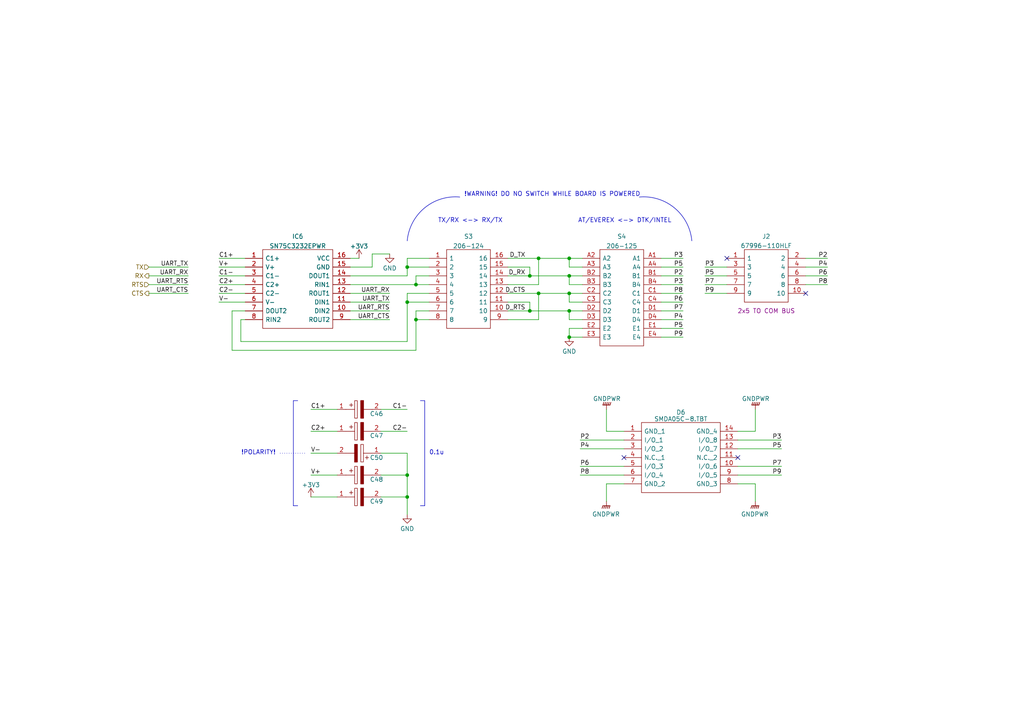
<source format=kicad_sch>
(kicad_sch (version 20230121) (generator eeschema)

  (uuid ffe571db-ea8d-4282-af34-5684a97c6779)

  (paper "A4")

  (title_block
    (title "Oro Link")
    (date "2023-03-22")
    (rev "3")
    (company "Oro Operating System")
    (comment 1 "://oro.sh")
    (comment 2 "Joshua Lee Junon")
  )

  (lib_symbols
    (symbol "SamacSys_Parts:206-124" (pin_names (offset 0.762)) (in_bom yes) (on_board yes)
      (property "Reference" "S" (at 19.05 7.62 0)
        (effects (font (size 1.27 1.27)) (justify left))
      )
      (property "Value" "206-124" (at 19.05 5.08 0)
        (effects (font (size 1.27 1.27)) (justify left))
      )
      (property "Footprint" "206124" (at 19.05 2.54 0)
        (effects (font (size 1.27 1.27)) (justify left) hide)
      )
      (property "Datasheet" "https://datasheet.datasheetarchive.com/originals/distributors/SFDatasheet-0/sf-0002828.pdf" (at 19.05 0 0)
        (effects (font (size 1.27 1.27)) (justify left) hide)
      )
      (property "Description" "4 Way Through Hole DIP Switch Single Pole Double Throw (SPDT), Standard Actuator" (at 19.05 -2.54 0)
        (effects (font (size 1.27 1.27)) (justify left) hide)
      )
      (property "Height" "8.49" (at 19.05 -5.08 0)
        (effects (font (size 1.27 1.27)) (justify left) hide)
      )
      (property "Manufacturer_Name" "CTS" (at 19.05 -7.62 0)
        (effects (font (size 1.27 1.27)) (justify left) hide)
      )
      (property "Manufacturer_Part_Number" "206-124" (at 19.05 -10.16 0)
        (effects (font (size 1.27 1.27)) (justify left) hide)
      )
      (property "Mouser Part Number" "774-206124" (at 19.05 -12.7 0)
        (effects (font (size 1.27 1.27)) (justify left) hide)
      )
      (property "Mouser Price/Stock" "https://www.mouser.co.uk/ProductDetail/CTS-Electronic-Components/206-124?qs=YquLqel%252BdSwQ37OnMfpodQ%3D%3D" (at 19.05 -15.24 0)
        (effects (font (size 1.27 1.27)) (justify left) hide)
      )
      (property "Arrow Part Number" "" (at 19.05 -17.78 0)
        (effects (font (size 1.27 1.27)) (justify left) hide)
      )
      (property "Arrow Price/Stock" "" (at 19.05 -20.32 0)
        (effects (font (size 1.27 1.27)) (justify left) hide)
      )
      (property "ki_description" "4 Way Through Hole DIP Switch Single Pole Double Throw (SPDT), Standard Actuator" (at 0 0 0)
        (effects (font (size 1.27 1.27)) hide)
      )
      (symbol "206-124_0_0"
        (pin passive line (at 0 0 0) (length 5.08)
          (name "1" (effects (font (size 1.27 1.27))))
          (number "1" (effects (font (size 1.27 1.27))))
        )
        (pin passive line (at 22.86 -15.24 180) (length 5.08)
          (name "10" (effects (font (size 1.27 1.27))))
          (number "10" (effects (font (size 1.27 1.27))))
        )
        (pin passive line (at 22.86 -12.7 180) (length 5.08)
          (name "11" (effects (font (size 1.27 1.27))))
          (number "11" (effects (font (size 1.27 1.27))))
        )
        (pin passive line (at 22.86 -10.16 180) (length 5.08)
          (name "12" (effects (font (size 1.27 1.27))))
          (number "12" (effects (font (size 1.27 1.27))))
        )
        (pin passive line (at 22.86 -7.62 180) (length 5.08)
          (name "13" (effects (font (size 1.27 1.27))))
          (number "13" (effects (font (size 1.27 1.27))))
        )
        (pin passive line (at 22.86 -5.08 180) (length 5.08)
          (name "14" (effects (font (size 1.27 1.27))))
          (number "14" (effects (font (size 1.27 1.27))))
        )
        (pin passive line (at 22.86 -2.54 180) (length 5.08)
          (name "15" (effects (font (size 1.27 1.27))))
          (number "15" (effects (font (size 1.27 1.27))))
        )
        (pin passive line (at 22.86 0 180) (length 5.08)
          (name "16" (effects (font (size 1.27 1.27))))
          (number "16" (effects (font (size 1.27 1.27))))
        )
        (pin passive line (at 0 -2.54 0) (length 5.08)
          (name "2" (effects (font (size 1.27 1.27))))
          (number "2" (effects (font (size 1.27 1.27))))
        )
        (pin passive line (at 0 -5.08 0) (length 5.08)
          (name "3" (effects (font (size 1.27 1.27))))
          (number "3" (effects (font (size 1.27 1.27))))
        )
        (pin passive line (at 0 -7.62 0) (length 5.08)
          (name "4" (effects (font (size 1.27 1.27))))
          (number "4" (effects (font (size 1.27 1.27))))
        )
        (pin passive line (at 0 -10.16 0) (length 5.08)
          (name "5" (effects (font (size 1.27 1.27))))
          (number "5" (effects (font (size 1.27 1.27))))
        )
        (pin passive line (at 0 -12.7 0) (length 5.08)
          (name "6" (effects (font (size 1.27 1.27))))
          (number "6" (effects (font (size 1.27 1.27))))
        )
        (pin passive line (at 0 -15.24 0) (length 5.08)
          (name "7" (effects (font (size 1.27 1.27))))
          (number "7" (effects (font (size 1.27 1.27))))
        )
        (pin passive line (at 0 -17.78 0) (length 5.08)
          (name "8" (effects (font (size 1.27 1.27))))
          (number "8" (effects (font (size 1.27 1.27))))
        )
        (pin passive line (at 22.86 -17.78 180) (length 5.08)
          (name "9" (effects (font (size 1.27 1.27))))
          (number "9" (effects (font (size 1.27 1.27))))
        )
      )
      (symbol "206-124_0_1"
        (polyline
          (pts
            (xy 5.08 2.54)
            (xy 17.78 2.54)
            (xy 17.78 -20.32)
            (xy 5.08 -20.32)
            (xy 5.08 2.54)
          )
          (stroke (width 0.1524) (type solid))
          (fill (type none))
        )
      )
    )
    (symbol "SamacSys_Parts:206-125" (pin_names (offset 0.762)) (in_bom yes) (on_board yes)
      (property "Reference" "S" (at 19.05 7.62 0)
        (effects (font (size 1.27 1.27)) (justify left))
      )
      (property "Value" "206-125" (at 19.05 5.08 0)
        (effects (font (size 1.27 1.27)) (justify left))
      )
      (property "Footprint" "206125" (at 19.05 2.54 0)
        (effects (font (size 1.27 1.27)) (justify left) hide)
      )
      (property "Datasheet" "https://datasheet.datasheetarchive.com/originals/distributors/DKDS-29/575293.pdf" (at 19.05 0 0)
        (effects (font (size 1.27 1.27)) (justify left) hide)
      )
      (property "Description" "DIP Switches / SIP Switches 5 switch sections SPDT" (at 19.05 -2.54 0)
        (effects (font (size 1.27 1.27)) (justify left) hide)
      )
      (property "Height" "8.87" (at 19.05 -5.08 0)
        (effects (font (size 1.27 1.27)) (justify left) hide)
      )
      (property "Manufacturer_Name" "CTS" (at 19.05 -7.62 0)
        (effects (font (size 1.27 1.27)) (justify left) hide)
      )
      (property "Manufacturer_Part_Number" "206-125" (at 19.05 -10.16 0)
        (effects (font (size 1.27 1.27)) (justify left) hide)
      )
      (property "Mouser Part Number" "774-206125" (at 19.05 -12.7 0)
        (effects (font (size 1.27 1.27)) (justify left) hide)
      )
      (property "Mouser Price/Stock" "https://www.mouser.co.uk/ProductDetail/CTS-Electronic-Components/206-125?qs=Mr%252BgrRYddfptY1Bh6kboww%3D%3D" (at 19.05 -15.24 0)
        (effects (font (size 1.27 1.27)) (justify left) hide)
      )
      (property "Arrow Part Number" "206-125" (at 19.05 -17.78 0)
        (effects (font (size 1.27 1.27)) (justify left) hide)
      )
      (property "Arrow Price/Stock" "https://www.arrow.com/en/products/206-125/cts" (at 19.05 -20.32 0)
        (effects (font (size 1.27 1.27)) (justify left) hide)
      )
      (property "ki_description" "DIP Switches / SIP Switches 5 switch sections SPDT" (at 0 0 0)
        (effects (font (size 1.27 1.27)) hide)
      )
      (symbol "206-125_0_0"
        (pin passive line (at 22.86 0 180) (length 5.08)
          (name "A1" (effects (font (size 1.27 1.27))))
          (number "A1" (effects (font (size 1.27 1.27))))
        )
        (pin passive line (at 0 0 0) (length 5.08)
          (name "A2" (effects (font (size 1.27 1.27))))
          (number "A2" (effects (font (size 1.27 1.27))))
        )
        (pin passive line (at 0 -2.54 0) (length 5.08)
          (name "A3" (effects (font (size 1.27 1.27))))
          (number "A3" (effects (font (size 1.27 1.27))))
        )
        (pin passive line (at 22.86 -2.54 180) (length 5.08)
          (name "A4" (effects (font (size 1.27 1.27))))
          (number "A4" (effects (font (size 1.27 1.27))))
        )
        (pin passive line (at 22.86 -5.08 180) (length 5.08)
          (name "B1" (effects (font (size 1.27 1.27))))
          (number "B1" (effects (font (size 1.27 1.27))))
        )
        (pin passive line (at 0 -5.08 0) (length 5.08)
          (name "B2" (effects (font (size 1.27 1.27))))
          (number "B2" (effects (font (size 1.27 1.27))))
        )
        (pin passive line (at 0 -7.62 0) (length 5.08)
          (name "B3" (effects (font (size 1.27 1.27))))
          (number "B3" (effects (font (size 1.27 1.27))))
        )
        (pin passive line (at 22.86 -7.62 180) (length 5.08)
          (name "B4" (effects (font (size 1.27 1.27))))
          (number "B4" (effects (font (size 1.27 1.27))))
        )
        (pin passive line (at 22.86 -10.16 180) (length 5.08)
          (name "C1" (effects (font (size 1.27 1.27))))
          (number "C1" (effects (font (size 1.27 1.27))))
        )
        (pin passive line (at 0 -10.16 0) (length 5.08)
          (name "C2" (effects (font (size 1.27 1.27))))
          (number "C2" (effects (font (size 1.27 1.27))))
        )
        (pin passive line (at 0 -12.7 0) (length 5.08)
          (name "C3" (effects (font (size 1.27 1.27))))
          (number "C3" (effects (font (size 1.27 1.27))))
        )
        (pin passive line (at 22.86 -12.7 180) (length 5.08)
          (name "C4" (effects (font (size 1.27 1.27))))
          (number "C4" (effects (font (size 1.27 1.27))))
        )
        (pin passive line (at 22.86 -15.24 180) (length 5.08)
          (name "D1" (effects (font (size 1.27 1.27))))
          (number "D1" (effects (font (size 1.27 1.27))))
        )
        (pin passive line (at 0 -15.24 0) (length 5.08)
          (name "D2" (effects (font (size 1.27 1.27))))
          (number "D2" (effects (font (size 1.27 1.27))))
        )
        (pin passive line (at 0 -17.78 0) (length 5.08)
          (name "D3" (effects (font (size 1.27 1.27))))
          (number "D3" (effects (font (size 1.27 1.27))))
        )
        (pin passive line (at 22.86 -17.78 180) (length 5.08)
          (name "D4" (effects (font (size 1.27 1.27))))
          (number "D4" (effects (font (size 1.27 1.27))))
        )
        (pin passive line (at 22.86 -20.32 180) (length 5.08)
          (name "E1" (effects (font (size 1.27 1.27))))
          (number "E1" (effects (font (size 1.27 1.27))))
        )
        (pin passive line (at 0 -20.32 0) (length 5.08)
          (name "E2" (effects (font (size 1.27 1.27))))
          (number "E2" (effects (font (size 1.27 1.27))))
        )
        (pin passive line (at 0 -22.86 0) (length 5.08)
          (name "E3" (effects (font (size 1.27 1.27))))
          (number "E3" (effects (font (size 1.27 1.27))))
        )
        (pin passive line (at 22.86 -22.86 180) (length 5.08)
          (name "E4" (effects (font (size 1.27 1.27))))
          (number "E4" (effects (font (size 1.27 1.27))))
        )
      )
      (symbol "206-125_0_1"
        (polyline
          (pts
            (xy 5.08 2.54)
            (xy 17.78 2.54)
            (xy 17.78 -25.4)
            (xy 5.08 -25.4)
            (xy 5.08 2.54)
          )
          (stroke (width 0.1524) (type solid))
          (fill (type none))
        )
      )
    )
    (symbol "SamacSys_Parts:67996-110HLF" (pin_names (offset 0.762)) (in_bom yes) (on_board yes)
      (property "Reference" "J" (at 19.05 7.62 0)
        (effects (font (size 1.27 1.27)) (justify left))
      )
      (property "Value" "67996-110HLF" (at 19.05 5.08 0)
        (effects (font (size 1.27 1.27)) (justify left))
      )
      (property "Footprint" "HDRV10W67P254_2X5_1270X483X858P" (at 19.05 2.54 0)
        (effects (font (size 1.27 1.27)) (justify left) hide)
      )
      (property "Datasheet" "https://cdn.amphenol-cs.com/media/wysiwyg/files/drawing/67996.pdf" (at 19.05 0 0)
        (effects (font (size 1.27 1.27)) (justify left) hide)
      )
      (property "Description" "BergStik, Board to Board connector, Unshrouded vertical header, Through Hole, Double Row, 10 Positions, 2.54 mm (0.100in) Pitch" (at 19.05 -2.54 0)
        (effects (font (size 1.27 1.27)) (justify left) hide)
      )
      (property "Height" "8.58" (at 19.05 -5.08 0)
        (effects (font (size 1.27 1.27)) (justify left) hide)
      )
      (property "Manufacturer_Name" "Amphenol Communications Solutions" (at 19.05 -7.62 0)
        (effects (font (size 1.27 1.27)) (justify left) hide)
      )
      (property "Manufacturer_Part_Number" "67996-110HLF" (at 19.05 -10.16 0)
        (effects (font (size 1.27 1.27)) (justify left) hide)
      )
      (property "Mouser Part Number" "649-67996-110HLF" (at 19.05 -12.7 0)
        (effects (font (size 1.27 1.27)) (justify left) hide)
      )
      (property "Mouser Price/Stock" "https://www.mouser.co.uk/ProductDetail/Amphenol-FCI/67996-110HLF?qs=zh4O8xspOuxgf2RA9jR3ZQ%3D%3D" (at 19.05 -15.24 0)
        (effects (font (size 1.27 1.27)) (justify left) hide)
      )
      (property "Arrow Part Number" "67996-110HLF" (at 19.05 -17.78 0)
        (effects (font (size 1.27 1.27)) (justify left) hide)
      )
      (property "Arrow Price/Stock" "https://www.arrow.com/en/products/67996-110hlf/amphenol-fci?region=nac" (at 19.05 -20.32 0)
        (effects (font (size 1.27 1.27)) (justify left) hide)
      )
      (property "ki_description" "BergStik, Board to Board connector, Unshrouded vertical header, Through Hole, Double Row, 10 Positions, 2.54 mm (0.100in) Pitch" (at 0 0 0)
        (effects (font (size 1.27 1.27)) hide)
      )
      (symbol "67996-110HLF_0_0"
        (pin passive line (at 0 0 0) (length 5.08)
          (name "1" (effects (font (size 1.27 1.27))))
          (number "1" (effects (font (size 1.27 1.27))))
        )
        (pin passive line (at 22.86 -10.16 180) (length 5.08)
          (name "10" (effects (font (size 1.27 1.27))))
          (number "10" (effects (font (size 1.27 1.27))))
        )
        (pin passive line (at 22.86 0 180) (length 5.08)
          (name "2" (effects (font (size 1.27 1.27))))
          (number "2" (effects (font (size 1.27 1.27))))
        )
        (pin passive line (at 0 -2.54 0) (length 5.08)
          (name "3" (effects (font (size 1.27 1.27))))
          (number "3" (effects (font (size 1.27 1.27))))
        )
        (pin passive line (at 22.86 -2.54 180) (length 5.08)
          (name "4" (effects (font (size 1.27 1.27))))
          (number "4" (effects (font (size 1.27 1.27))))
        )
        (pin passive line (at 0 -5.08 0) (length 5.08)
          (name "5" (effects (font (size 1.27 1.27))))
          (number "5" (effects (font (size 1.27 1.27))))
        )
        (pin passive line (at 22.86 -5.08 180) (length 5.08)
          (name "6" (effects (font (size 1.27 1.27))))
          (number "6" (effects (font (size 1.27 1.27))))
        )
        (pin passive line (at 0 -7.62 0) (length 5.08)
          (name "7" (effects (font (size 1.27 1.27))))
          (number "7" (effects (font (size 1.27 1.27))))
        )
        (pin passive line (at 22.86 -7.62 180) (length 5.08)
          (name "8" (effects (font (size 1.27 1.27))))
          (number "8" (effects (font (size 1.27 1.27))))
        )
        (pin passive line (at 0 -10.16 0) (length 5.08)
          (name "9" (effects (font (size 1.27 1.27))))
          (number "9" (effects (font (size 1.27 1.27))))
        )
      )
      (symbol "67996-110HLF_0_1"
        (polyline
          (pts
            (xy 5.08 2.54)
            (xy 17.78 2.54)
            (xy 17.78 -12.7)
            (xy 5.08 -12.7)
            (xy 5.08 2.54)
          )
          (stroke (width 0.1524) (type solid))
          (fill (type none))
        )
      )
    )
    (symbol "SamacSys_Parts:SMDA05C-8.TBT" (pin_names (offset 0.762)) (in_bom yes) (on_board yes)
      (property "Reference" "D" (at 29.21 7.62 0)
        (effects (font (size 1.27 1.27)) (justify left))
      )
      (property "Value" "SMDA05C-8.TBT" (at 29.21 5.08 0)
        (effects (font (size 1.27 1.27)) (justify left))
      )
      (property "Footprint" "SOIC127P600X175-14N" (at 29.21 2.54 0)
        (effects (font (size 1.27 1.27)) (justify left) hide)
      )
      (property "Datasheet" "https://datasheet.datasheetarchive.com/originals/distributors/DKDS-37/728681.pdf" (at 29.21 0 0)
        (effects (font (size 1.27 1.27)) (justify left) hide)
      )
      (property "Description" "ESD Suppressors / TVS Diodes 5V, 8 CHAN, TVS ARRAY" (at 29.21 -2.54 0)
        (effects (font (size 1.27 1.27)) (justify left) hide)
      )
      (property "Height" "1.75" (at 29.21 -5.08 0)
        (effects (font (size 1.27 1.27)) (justify left) hide)
      )
      (property "Manufacturer_Name" "SEMTECH" (at 29.21 -7.62 0)
        (effects (font (size 1.27 1.27)) (justify left) hide)
      )
      (property "Manufacturer_Part_Number" "SMDA05C-8.TBT" (at 29.21 -10.16 0)
        (effects (font (size 1.27 1.27)) (justify left) hide)
      )
      (property "Mouser Part Number" "947-SMDA05C-8.TBT" (at 29.21 -12.7 0)
        (effects (font (size 1.27 1.27)) (justify left) hide)
      )
      (property "Mouser Price/Stock" "https://www.mouser.co.uk/ProductDetail/Semtech/SMDA05C-8.TBT?qs=rBWM4%252BvDhIerSRsNsiY6Ug%3D%3D" (at 29.21 -15.24 0)
        (effects (font (size 1.27 1.27)) (justify left) hide)
      )
      (property "Arrow Part Number" "SMDA05C-8.TBT" (at 29.21 -17.78 0)
        (effects (font (size 1.27 1.27)) (justify left) hide)
      )
      (property "Arrow Price/Stock" "https://www.arrow.com/en/products/smda05c-8.tbt/semtech" (at 29.21 -20.32 0)
        (effects (font (size 1.27 1.27)) (justify left) hide)
      )
      (property "ki_description" "ESD Suppressors / TVS Diodes 5V, 8 CHAN, TVS ARRAY" (at 0 0 0)
        (effects (font (size 1.27 1.27)) hide)
      )
      (symbol "SMDA05C-8.TBT_0_0"
        (pin passive line (at 0 0 0) (length 5.08)
          (name "GND_1" (effects (font (size 1.27 1.27))))
          (number "1" (effects (font (size 1.27 1.27))))
        )
        (pin passive line (at 33.02 -10.16 180) (length 5.08)
          (name "I/O_6" (effects (font (size 1.27 1.27))))
          (number "10" (effects (font (size 1.27 1.27))))
        )
        (pin passive line (at 33.02 -7.62 180) (length 5.08)
          (name "N.C._2" (effects (font (size 1.27 1.27))))
          (number "11" (effects (font (size 1.27 1.27))))
        )
        (pin passive line (at 33.02 -5.08 180) (length 5.08)
          (name "I/O_7" (effects (font (size 1.27 1.27))))
          (number "12" (effects (font (size 1.27 1.27))))
        )
        (pin passive line (at 33.02 -2.54 180) (length 5.08)
          (name "I/O_8" (effects (font (size 1.27 1.27))))
          (number "13" (effects (font (size 1.27 1.27))))
        )
        (pin passive line (at 33.02 0 180) (length 5.08)
          (name "GND_4" (effects (font (size 1.27 1.27))))
          (number "14" (effects (font (size 1.27 1.27))))
        )
        (pin passive line (at 0 -2.54 0) (length 5.08)
          (name "I/O_1" (effects (font (size 1.27 1.27))))
          (number "2" (effects (font (size 1.27 1.27))))
        )
        (pin passive line (at 0 -5.08 0) (length 5.08)
          (name "I/O_2" (effects (font (size 1.27 1.27))))
          (number "3" (effects (font (size 1.27 1.27))))
        )
        (pin passive line (at 0 -7.62 0) (length 5.08)
          (name "N.C._1" (effects (font (size 1.27 1.27))))
          (number "4" (effects (font (size 1.27 1.27))))
        )
        (pin passive line (at 0 -10.16 0) (length 5.08)
          (name "I/O_3" (effects (font (size 1.27 1.27))))
          (number "5" (effects (font (size 1.27 1.27))))
        )
        (pin passive line (at 0 -12.7 0) (length 5.08)
          (name "I/O_4" (effects (font (size 1.27 1.27))))
          (number "6" (effects (font (size 1.27 1.27))))
        )
        (pin passive line (at 0 -15.24 0) (length 5.08)
          (name "GND_2" (effects (font (size 1.27 1.27))))
          (number "7" (effects (font (size 1.27 1.27))))
        )
        (pin passive line (at 33.02 -15.24 180) (length 5.08)
          (name "GND_3" (effects (font (size 1.27 1.27))))
          (number "8" (effects (font (size 1.27 1.27))))
        )
        (pin passive line (at 33.02 -12.7 180) (length 5.08)
          (name "I/O_5" (effects (font (size 1.27 1.27))))
          (number "9" (effects (font (size 1.27 1.27))))
        )
      )
      (symbol "SMDA05C-8.TBT_0_1"
        (polyline
          (pts
            (xy 5.08 2.54)
            (xy 27.94 2.54)
            (xy 27.94 -17.78)
            (xy 5.08 -17.78)
            (xy 5.08 2.54)
          )
          (stroke (width 0.1524) (type solid))
          (fill (type none))
        )
      )
    )
    (symbol "SamacSys_Parts:SN75C3232EPWR" (pin_names (offset 0.762)) (in_bom yes) (on_board yes)
      (property "Reference" "IC" (at 26.67 7.62 0)
        (effects (font (size 1.27 1.27)) (justify left))
      )
      (property "Value" "SN75C3232EPWR" (at 26.67 5.08 0)
        (effects (font (size 1.27 1.27)) (justify left))
      )
      (property "Footprint" "SOP65P640X120-16N" (at 26.67 2.54 0)
        (effects (font (size 1.27 1.27)) (justify left) hide)
      )
      (property "Datasheet" "http://www.ti.com/lit/gpn/sn75c3232e" (at 26.67 0 0)
        (effects (font (size 1.27 1.27)) (justify left) hide)
      )
      (property "Description" "3-V To 5.5-V Two Channel RS-232 1 Mbit/s Line Driver/Receiver with +/-15 kV IEC ESD Protection" (at 26.67 -2.54 0)
        (effects (font (size 1.27 1.27)) (justify left) hide)
      )
      (property "Height" "1.2" (at 26.67 -5.08 0)
        (effects (font (size 1.27 1.27)) (justify left) hide)
      )
      (property "Manufacturer_Name" "Texas Instruments" (at 26.67 -7.62 0)
        (effects (font (size 1.27 1.27)) (justify left) hide)
      )
      (property "Manufacturer_Part_Number" "SN75C3232EPWR" (at 26.67 -10.16 0)
        (effects (font (size 1.27 1.27)) (justify left) hide)
      )
      (property "Mouser Part Number" "595-SN75C3232EPWR" (at 26.67 -12.7 0)
        (effects (font (size 1.27 1.27)) (justify left) hide)
      )
      (property "Mouser Price/Stock" "https://www.mouser.com/Search/Refine.aspx?Keyword=595-SN75C3232EPWR" (at 26.67 -15.24 0)
        (effects (font (size 1.27 1.27)) (justify left) hide)
      )
      (property "Arrow Part Number" "SN75C3232EPWR" (at 26.67 -17.78 0)
        (effects (font (size 1.27 1.27)) (justify left) hide)
      )
      (property "Arrow Price/Stock" "https://www.arrow.com/en/products/sn75c3232epwr/texas-instruments" (at 26.67 -20.32 0)
        (effects (font (size 1.27 1.27)) (justify left) hide)
      )
      (property "ki_description" "3-V To 5.5-V Two Channel RS-232 1 Mbit/s Line Driver/Receiver with +/-15 kV IEC ESD Protection" (at 0 0 0)
        (effects (font (size 1.27 1.27)) hide)
      )
      (symbol "SN75C3232EPWR_0_0"
        (pin passive line (at 0 0 0) (length 5.08)
          (name "C1+" (effects (font (size 1.27 1.27))))
          (number "1" (effects (font (size 1.27 1.27))))
        )
        (pin passive line (at 30.48 -15.24 180) (length 5.08)
          (name "DIN2" (effects (font (size 1.27 1.27))))
          (number "10" (effects (font (size 1.27 1.27))))
        )
        (pin passive line (at 30.48 -12.7 180) (length 5.08)
          (name "DIN1" (effects (font (size 1.27 1.27))))
          (number "11" (effects (font (size 1.27 1.27))))
        )
        (pin passive line (at 30.48 -10.16 180) (length 5.08)
          (name "ROUT1" (effects (font (size 1.27 1.27))))
          (number "12" (effects (font (size 1.27 1.27))))
        )
        (pin passive line (at 30.48 -7.62 180) (length 5.08)
          (name "RIN1" (effects (font (size 1.27 1.27))))
          (number "13" (effects (font (size 1.27 1.27))))
        )
        (pin passive line (at 30.48 -5.08 180) (length 5.08)
          (name "DOUT1" (effects (font (size 1.27 1.27))))
          (number "14" (effects (font (size 1.27 1.27))))
        )
        (pin passive line (at 30.48 -2.54 180) (length 5.08)
          (name "GND" (effects (font (size 1.27 1.27))))
          (number "15" (effects (font (size 1.27 1.27))))
        )
        (pin passive line (at 30.48 0 180) (length 5.08)
          (name "VCC" (effects (font (size 1.27 1.27))))
          (number "16" (effects (font (size 1.27 1.27))))
        )
        (pin passive line (at 0 -2.54 0) (length 5.08)
          (name "V+" (effects (font (size 1.27 1.27))))
          (number "2" (effects (font (size 1.27 1.27))))
        )
        (pin passive line (at 0 -5.08 0) (length 5.08)
          (name "C1-" (effects (font (size 1.27 1.27))))
          (number "3" (effects (font (size 1.27 1.27))))
        )
        (pin passive line (at 0 -7.62 0) (length 5.08)
          (name "C2+" (effects (font (size 1.27 1.27))))
          (number "4" (effects (font (size 1.27 1.27))))
        )
        (pin passive line (at 0 -10.16 0) (length 5.08)
          (name "C2-" (effects (font (size 1.27 1.27))))
          (number "5" (effects (font (size 1.27 1.27))))
        )
        (pin passive line (at 0 -12.7 0) (length 5.08)
          (name "V-" (effects (font (size 1.27 1.27))))
          (number "6" (effects (font (size 1.27 1.27))))
        )
        (pin passive line (at 0 -15.24 0) (length 5.08)
          (name "DOUT2" (effects (font (size 1.27 1.27))))
          (number "7" (effects (font (size 1.27 1.27))))
        )
        (pin passive line (at 0 -17.78 0) (length 5.08)
          (name "RIN2" (effects (font (size 1.27 1.27))))
          (number "8" (effects (font (size 1.27 1.27))))
        )
        (pin passive line (at 30.48 -17.78 180) (length 5.08)
          (name "ROUT2" (effects (font (size 1.27 1.27))))
          (number "9" (effects (font (size 1.27 1.27))))
        )
      )
      (symbol "SN75C3232EPWR_0_1"
        (polyline
          (pts
            (xy 5.08 2.54)
            (xy 25.4 2.54)
            (xy 25.4 -20.32)
            (xy 5.08 -20.32)
            (xy 5.08 2.54)
          )
          (stroke (width 0.1524) (type solid))
          (fill (type none))
        )
      )
    )
    (symbol "SamacSys_Parts:UUP1H0R1MCL1GS" (pin_names (offset 0.762)) (in_bom yes) (on_board yes)
      (property "Reference" "C" (at 8.89 6.35 0)
        (effects (font (size 1.27 1.27)) (justify left))
      )
      (property "Value" "UUP1H0R1MCL1GS" (at 8.89 3.81 0)
        (effects (font (size 1.27 1.27)) (justify left))
      )
      (property "Footprint" "CAPAE430X610N" (at 8.89 1.27 0)
        (effects (font (size 1.27 1.27)) (justify left) hide)
      )
      (property "Datasheet" "http://www.mouser.com/datasheet/2/293/e-uup-1513248.pdf" (at 8.89 -1.27 0)
        (effects (font (size 1.27 1.27)) (justify left) hide)
      )
      (property "Description" "Aluminum Electrolytic Capacitors - SMD 35volts 0.1uF 85c 4X5.8" (at 8.89 -3.81 0)
        (effects (font (size 1.27 1.27)) (justify left) hide)
      )
      (property "Height" "6.1" (at 8.89 -6.35 0)
        (effects (font (size 1.27 1.27)) (justify left) hide)
      )
      (property "Manufacturer_Name" "Nichicon" (at 8.89 -8.89 0)
        (effects (font (size 1.27 1.27)) (justify left) hide)
      )
      (property "Manufacturer_Part_Number" "UUP1H0R1MCL1GS" (at 8.89 -11.43 0)
        (effects (font (size 1.27 1.27)) (justify left) hide)
      )
      (property "Mouser Part Number" "647-UUP1H0R1MCL1GS" (at 8.89 -13.97 0)
        (effects (font (size 1.27 1.27)) (justify left) hide)
      )
      (property "Mouser Price/Stock" "https://www.mouser.co.uk/ProductDetail/Nichicon/UUP1H0R1MCL1GS?qs=huzeVNXgovXvQmoxbanaNw%3D%3D" (at 8.89 -16.51 0)
        (effects (font (size 1.27 1.27)) (justify left) hide)
      )
      (property "Arrow Part Number" "UUP1H0R1MCL1GS" (at 8.89 -19.05 0)
        (effects (font (size 1.27 1.27)) (justify left) hide)
      )
      (property "Arrow Price/Stock" "https://www.arrow.com/en/products/uup1h0r1mcl1gs/nichicon?region=nac" (at 8.89 -21.59 0)
        (effects (font (size 1.27 1.27)) (justify left) hide)
      )
      (property "ki_description" "Aluminum Electrolytic Capacitors - SMD 35volts 0.1uF 85c 4X5.8" (at 0 0 0)
        (effects (font (size 1.27 1.27)) hide)
      )
      (symbol "UUP1H0R1MCL1GS_0_0"
        (pin passive line (at 0 0 0) (length 2.54)
          (name "~" (effects (font (size 1.27 1.27))))
          (number "1" (effects (font (size 1.27 1.27))))
        )
        (pin passive line (at 12.7 0 180) (length 2.54)
          (name "~" (effects (font (size 1.27 1.27))))
          (number "2" (effects (font (size 1.27 1.27))))
        )
      )
      (symbol "UUP1H0R1MCL1GS_0_1"
        (polyline
          (pts
            (xy 2.54 0)
            (xy 5.08 0)
          )
          (stroke (width 0.1524) (type solid))
          (fill (type none))
        )
        (polyline
          (pts
            (xy 4.064 1.778)
            (xy 4.064 0.762)
          )
          (stroke (width 0.1524) (type solid))
          (fill (type none))
        )
        (polyline
          (pts
            (xy 4.572 1.27)
            (xy 3.556 1.27)
          )
          (stroke (width 0.1524) (type solid))
          (fill (type none))
        )
        (polyline
          (pts
            (xy 7.62 0)
            (xy 10.16 0)
          )
          (stroke (width 0.1524) (type solid))
          (fill (type none))
        )
        (polyline
          (pts
            (xy 5.08 2.54)
            (xy 5.08 -2.54)
            (xy 5.842 -2.54)
            (xy 5.842 2.54)
            (xy 5.08 2.54)
          )
          (stroke (width 0.1524) (type solid))
          (fill (type none))
        )
        (polyline
          (pts
            (xy 7.62 2.54)
            (xy 7.62 -2.54)
            (xy 6.858 -2.54)
            (xy 6.858 2.54)
            (xy 7.62 2.54)
          )
          (stroke (width 0.254) (type solid))
          (fill (type outline))
        )
      )
    )
    (symbol "power:+3V3" (power) (pin_names (offset 0)) (in_bom yes) (on_board yes)
      (property "Reference" "#PWR" (at 0 -3.81 0)
        (effects (font (size 1.27 1.27)) hide)
      )
      (property "Value" "+3V3" (at 0 3.556 0)
        (effects (font (size 1.27 1.27)))
      )
      (property "Footprint" "" (at 0 0 0)
        (effects (font (size 1.27 1.27)) hide)
      )
      (property "Datasheet" "" (at 0 0 0)
        (effects (font (size 1.27 1.27)) hide)
      )
      (property "ki_keywords" "global power" (at 0 0 0)
        (effects (font (size 1.27 1.27)) hide)
      )
      (property "ki_description" "Power symbol creates a global label with name \"+3V3\"" (at 0 0 0)
        (effects (font (size 1.27 1.27)) hide)
      )
      (symbol "+3V3_0_1"
        (polyline
          (pts
            (xy -0.762 1.27)
            (xy 0 2.54)
          )
          (stroke (width 0) (type default))
          (fill (type none))
        )
        (polyline
          (pts
            (xy 0 0)
            (xy 0 2.54)
          )
          (stroke (width 0) (type default))
          (fill (type none))
        )
        (polyline
          (pts
            (xy 0 2.54)
            (xy 0.762 1.27)
          )
          (stroke (width 0) (type default))
          (fill (type none))
        )
      )
      (symbol "+3V3_1_1"
        (pin power_in line (at 0 0 90) (length 0) hide
          (name "+3V3" (effects (font (size 1.27 1.27))))
          (number "1" (effects (font (size 1.27 1.27))))
        )
      )
    )
    (symbol "power:GND" (power) (pin_names (offset 0)) (in_bom yes) (on_board yes)
      (property "Reference" "#PWR" (at 0 -6.35 0)
        (effects (font (size 1.27 1.27)) hide)
      )
      (property "Value" "GND" (at 0 -3.81 0)
        (effects (font (size 1.27 1.27)))
      )
      (property "Footprint" "" (at 0 0 0)
        (effects (font (size 1.27 1.27)) hide)
      )
      (property "Datasheet" "" (at 0 0 0)
        (effects (font (size 1.27 1.27)) hide)
      )
      (property "ki_keywords" "global power" (at 0 0 0)
        (effects (font (size 1.27 1.27)) hide)
      )
      (property "ki_description" "Power symbol creates a global label with name \"GND\" , ground" (at 0 0 0)
        (effects (font (size 1.27 1.27)) hide)
      )
      (symbol "GND_0_1"
        (polyline
          (pts
            (xy 0 0)
            (xy 0 -1.27)
            (xy 1.27 -1.27)
            (xy 0 -2.54)
            (xy -1.27 -1.27)
            (xy 0 -1.27)
          )
          (stroke (width 0) (type default))
          (fill (type none))
        )
      )
      (symbol "GND_1_1"
        (pin power_in line (at 0 0 270) (length 0) hide
          (name "GND" (effects (font (size 1.27 1.27))))
          (number "1" (effects (font (size 1.27 1.27))))
        )
      )
    )
    (symbol "power:GNDPWR" (power) (pin_names (offset 0)) (in_bom yes) (on_board yes)
      (property "Reference" "#PWR" (at 0 -5.08 0)
        (effects (font (size 1.27 1.27)) hide)
      )
      (property "Value" "GNDPWR" (at 0 -3.302 0)
        (effects (font (size 1.27 1.27)))
      )
      (property "Footprint" "" (at 0 -1.27 0)
        (effects (font (size 1.27 1.27)) hide)
      )
      (property "Datasheet" "" (at 0 -1.27 0)
        (effects (font (size 1.27 1.27)) hide)
      )
      (property "ki_keywords" "global ground" (at 0 0 0)
        (effects (font (size 1.27 1.27)) hide)
      )
      (property "ki_description" "Power symbol creates a global label with name \"GNDPWR\" , global ground" (at 0 0 0)
        (effects (font (size 1.27 1.27)) hide)
      )
      (symbol "GNDPWR_0_1"
        (polyline
          (pts
            (xy 0 -1.27)
            (xy 0 0)
          )
          (stroke (width 0) (type default))
          (fill (type none))
        )
        (polyline
          (pts
            (xy -1.016 -1.27)
            (xy -1.27 -2.032)
            (xy -1.27 -2.032)
          )
          (stroke (width 0.2032) (type default))
          (fill (type none))
        )
        (polyline
          (pts
            (xy -0.508 -1.27)
            (xy -0.762 -2.032)
            (xy -0.762 -2.032)
          )
          (stroke (width 0.2032) (type default))
          (fill (type none))
        )
        (polyline
          (pts
            (xy 0 -1.27)
            (xy -0.254 -2.032)
            (xy -0.254 -2.032)
          )
          (stroke (width 0.2032) (type default))
          (fill (type none))
        )
        (polyline
          (pts
            (xy 0.508 -1.27)
            (xy 0.254 -2.032)
            (xy 0.254 -2.032)
          )
          (stroke (width 0.2032) (type default))
          (fill (type none))
        )
        (polyline
          (pts
            (xy 1.016 -1.27)
            (xy -1.016 -1.27)
            (xy -1.016 -1.27)
          )
          (stroke (width 0.2032) (type default))
          (fill (type none))
        )
        (polyline
          (pts
            (xy 1.016 -1.27)
            (xy 0.762 -2.032)
            (xy 0.762 -2.032)
            (xy 0.762 -2.032)
          )
          (stroke (width 0.2032) (type default))
          (fill (type none))
        )
      )
      (symbol "GNDPWR_1_1"
        (pin power_in line (at 0 0 270) (length 0) hide
          (name "GNDPWR" (effects (font (size 1.27 1.27))))
          (number "1" (effects (font (size 1.27 1.27))))
        )
      )
    )
  )

  (junction (at 165.1 80.01) (diameter 0) (color 0 0 0 0)
    (uuid 1b86a849-026d-42f7-be9b-5c3e36ce1819)
  )
  (junction (at 153.67 90.17) (diameter 0) (color 0 0 0 0)
    (uuid 1f7be54f-4b90-42ed-a812-6a6cb90fe1bb)
  )
  (junction (at 156.21 74.93) (diameter 0) (color 0 0 0 0)
    (uuid 2262898f-057d-4669-a7b3-0c4a7e555de8)
  )
  (junction (at 165.1 74.93) (diameter 0) (color 0 0 0 0)
    (uuid 4ed4c0aa-0f8a-4024-b4b7-e0d855897208)
  )
  (junction (at 165.1 90.17) (diameter 0) (color 0 0 0 0)
    (uuid 5dc65069-57ab-4cc3-ae38-4014eaee8b33)
  )
  (junction (at 153.67 80.01) (diameter 0) (color 0 0 0 0)
    (uuid 718a28db-cdd4-4bdb-ad53-c7526725f9c3)
  )
  (junction (at 120.65 82.55) (diameter 0) (color 0 0 0 0)
    (uuid 82415052-cfee-4b9d-8586-7d34a4979ff2)
  )
  (junction (at 118.11 77.47) (diameter 0) (color 0 0 0 0)
    (uuid 8ba44ad1-1634-4f4e-bc07-2e086aed33ac)
  )
  (junction (at 156.21 85.09) (diameter 0) (color 0 0 0 0)
    (uuid 93e67e62-7d3a-42f7-ab0a-8d311f8751b0)
  )
  (junction (at 120.65 92.71) (diameter 0) (color 0 0 0 0)
    (uuid 96177fa5-6b9a-4baa-8b85-7892a4d4f310)
  )
  (junction (at 118.11 137.795) (diameter 0) (color 0 0 0 0)
    (uuid b153dc2d-d720-43ec-88cd-b04d77d5f3ce)
  )
  (junction (at 118.11 144.145) (diameter 0) (color 0 0 0 0)
    (uuid b380e257-24d3-4bf0-b764-a5f06fd40e65)
  )
  (junction (at 118.11 87.63) (diameter 0) (color 0 0 0 0)
    (uuid c3cfb45f-9394-4dfb-932d-173ad6a8a73c)
  )
  (junction (at 165.1 85.09) (diameter 0) (color 0 0 0 0)
    (uuid d0be5ba3-6394-4c2f-82fc-b283cfbefdc8)
  )
  (junction (at 165.1 97.79) (diameter 0) (color 0 0 0 0)
    (uuid d9ed09d9-cb72-463f-8f4d-a8a60b13587c)
  )

  (no_connect (at 180.975 132.715) (uuid 45800b9b-c1bf-4cd6-b718-bb598b6f6ba4))
  (no_connect (at 213.995 132.715) (uuid 93901824-60bc-4a35-bf44-49126d301fc9))
  (no_connect (at 210.82 74.93) (uuid a947148f-02e0-4810-a0aa-6002a5095d2e))
  (no_connect (at 233.68 85.09) (uuid cebd3ade-e24d-495b-906d-593d5ff93cdc))

  (wire (pts (xy 180.975 125.095) (xy 175.895 125.095))
    (stroke (width 0) (type default))
    (uuid 041f2005-8d1d-4dbf-9233-59c75f617de3)
  )
  (wire (pts (xy 165.1 90.17) (xy 168.91 90.17))
    (stroke (width 0) (type default))
    (uuid 04e73990-0932-42e3-9152-e14221a756e3)
  )
  (wire (pts (xy 147.32 87.63) (xy 153.67 87.63))
    (stroke (width 0) (type default))
    (uuid 08cc3057-ccdd-49f6-9463-83b14fe7db97)
  )
  (wire (pts (xy 165.1 95.25) (xy 165.1 97.79))
    (stroke (width 0) (type default))
    (uuid 08d50210-0871-4ce2-a1a8-00fe8bcd71ce)
  )
  (wire (pts (xy 147.32 80.01) (xy 153.67 80.01))
    (stroke (width 0) (type default))
    (uuid 0ecb09cf-b8aa-45bd-a1f4-1eb86123ed9f)
  )
  (wire (pts (xy 69.85 92.71) (xy 69.85 99.06))
    (stroke (width 0) (type default))
    (uuid 127cbc37-28ba-4417-8008-5936e65afcf3)
  )
  (wire (pts (xy 147.32 90.17) (xy 153.67 90.17))
    (stroke (width 0) (type default))
    (uuid 132ce1a2-514f-4ff2-b34a-fe6606c73c0a)
  )
  (wire (pts (xy 204.47 80.01) (xy 210.82 80.01))
    (stroke (width 0) (type default))
    (uuid 171cf699-7ee8-4c59-8eb7-1d17e4d91b9d)
  )
  (wire (pts (xy 226.695 127.635) (xy 213.995 127.635))
    (stroke (width 0) (type default))
    (uuid 174eee9e-9872-4370-9cd2-1b53b593f5d4)
  )
  (wire (pts (xy 175.895 140.335) (xy 175.895 145.415))
    (stroke (width 0) (type default))
    (uuid 1ccee988-176b-45ea-a755-b2e0ad597497)
  )
  (wire (pts (xy 147.32 92.71) (xy 156.21 92.71))
    (stroke (width 0) (type default))
    (uuid 1d27e3a6-e4d7-4801-b342-1b984e883e5a)
  )
  (wire (pts (xy 226.695 130.175) (xy 213.995 130.175))
    (stroke (width 0) (type default))
    (uuid 1e326c65-db43-4b03-9138-af08340449fe)
  )
  (wire (pts (xy 165.1 92.71) (xy 168.91 92.71))
    (stroke (width 0) (type default))
    (uuid 216217fb-c916-4f81-89d9-0abcf1cced18)
  )
  (wire (pts (xy 153.67 77.47) (xy 153.67 80.01))
    (stroke (width 0) (type default))
    (uuid 222d605c-4daf-4b44-8559-feaf9dc4c7a7)
  )
  (wire (pts (xy 191.77 74.93) (xy 198.12 74.93))
    (stroke (width 0) (type default))
    (uuid 2291a2f0-f66d-46e3-b136-06d626e42711)
  )
  (wire (pts (xy 147.32 82.55) (xy 156.21 82.55))
    (stroke (width 0) (type default))
    (uuid 22e44b1a-33a7-41f6-8e7a-6889d6e60997)
  )
  (wire (pts (xy 191.77 90.17) (xy 198.12 90.17))
    (stroke (width 0) (type default))
    (uuid 24f9d32e-5d4e-4e31-bab2-004a6465d642)
  )
  (wire (pts (xy 180.975 137.795) (xy 168.275 137.795))
    (stroke (width 0) (type default))
    (uuid 261a2d9c-0f88-403a-b005-ceb547a525cf)
  )
  (wire (pts (xy 165.1 85.09) (xy 165.1 87.63))
    (stroke (width 0) (type default))
    (uuid 26aa202f-1893-427d-a69b-6bd6ff4c11e7)
  )
  (wire (pts (xy 120.65 80.01) (xy 124.46 80.01))
    (stroke (width 0) (type default))
    (uuid 27f85ccf-cd3a-4f0d-9b60-73fc9eb372db)
  )
  (wire (pts (xy 118.11 144.145) (xy 118.11 149.225))
    (stroke (width 0) (type default))
    (uuid 29cabc9a-878d-465c-9412-f8e0cab649bf)
  )
  (wire (pts (xy 175.895 125.095) (xy 175.895 118.745))
    (stroke (width 0) (type default))
    (uuid 2e0833c3-04a3-4f1d-8c41-0029047d6663)
  )
  (wire (pts (xy 118.11 87.63) (xy 124.46 87.63))
    (stroke (width 0) (type default))
    (uuid 2f8cfe48-2b08-4dab-9516-97dbb563c400)
  )
  (wire (pts (xy 118.11 80.01) (xy 118.11 77.47))
    (stroke (width 0) (type default))
    (uuid 31434283-23e1-4f70-a8dc-0e5c5d35363b)
  )
  (wire (pts (xy 191.77 87.63) (xy 198.12 87.63))
    (stroke (width 0) (type default))
    (uuid 3378d52b-e367-45d7-9b04-edc99556b97b)
  )
  (wire (pts (xy 147.32 77.47) (xy 153.67 77.47))
    (stroke (width 0) (type default))
    (uuid 36b666a6-64ae-4412-a4cb-0dd3d26f43ed)
  )
  (wire (pts (xy 54.61 80.01) (xy 43.18 80.01))
    (stroke (width 0) (type default))
    (uuid 3e63add0-b32f-4fcc-8fa8-d1a8b27f4808)
  )
  (wire (pts (xy 180.975 140.335) (xy 175.895 140.335))
    (stroke (width 0) (type default))
    (uuid 3edfd8f3-2c69-4903-ad20-d7b1c7a3e4a5)
  )
  (wire (pts (xy 168.91 95.25) (xy 165.1 95.25))
    (stroke (width 0) (type default))
    (uuid 3fff0b31-bf8e-4df6-b706-b243dcf911c7)
  )
  (wire (pts (xy 156.21 85.09) (xy 165.1 85.09))
    (stroke (width 0) (type default))
    (uuid 4154f4a9-bf0d-4972-a4f6-1a9dbbd347f9)
  )
  (wire (pts (xy 107.95 73.66) (xy 113.03 73.66))
    (stroke (width 0) (type default))
    (uuid 43a7dce4-debf-4115-b2d8-04b923da52b9)
  )
  (wire (pts (xy 233.68 82.55) (xy 240.03 82.55))
    (stroke (width 0) (type default))
    (uuid 4468ea75-24a9-478d-93ce-525b8c93251b)
  )
  (wire (pts (xy 101.6 74.93) (xy 104.14 74.93))
    (stroke (width 0) (type default))
    (uuid 46f7e88d-7562-4d57-9544-4242007b3592)
  )
  (wire (pts (xy 118.11 74.93) (xy 124.46 74.93))
    (stroke (width 0) (type default))
    (uuid 498e4206-a48c-429f-b497-ef7746108d5c)
  )
  (wire (pts (xy 233.68 80.01) (xy 240.03 80.01))
    (stroke (width 0) (type default))
    (uuid 4a8ca711-2860-4da8-ae76-78c3e1ffbb03)
  )
  (wire (pts (xy 90.17 131.445) (xy 97.79 131.445))
    (stroke (width 0) (type default))
    (uuid 4a90b78b-84a2-4ac3-b08d-cdfd9d8e9e9f)
  )
  (wire (pts (xy 191.77 80.01) (xy 198.12 80.01))
    (stroke (width 0) (type default))
    (uuid 4e3b6ee3-0b01-4d3c-bda2-30d514eb4d22)
  )
  (wire (pts (xy 67.31 101.6) (xy 120.65 101.6))
    (stroke (width 0) (type default))
    (uuid 5032bd44-d379-425c-babc-90809a7cb70e)
  )
  (wire (pts (xy 118.11 99.06) (xy 118.11 87.63))
    (stroke (width 0) (type default))
    (uuid 51a43747-8cb6-4a69-8df1-90abb55a8f44)
  )
  (wire (pts (xy 204.47 82.55) (xy 210.82 82.55))
    (stroke (width 0) (type default))
    (uuid 54b35835-e554-44c8-85df-c784265e300e)
  )
  (wire (pts (xy 63.5 87.63) (xy 71.12 87.63))
    (stroke (width 0) (type default))
    (uuid 54c9216b-6402-4cb4-b3ec-752b7de18684)
  )
  (wire (pts (xy 165.1 82.55) (xy 168.91 82.55))
    (stroke (width 0) (type default))
    (uuid 5553ce48-253e-4a33-a97d-a908ded340e9)
  )
  (wire (pts (xy 156.21 85.09) (xy 156.21 92.71))
    (stroke (width 0) (type default))
    (uuid 58364fca-ad1d-4199-ba64-125556b31280)
  )
  (wire (pts (xy 156.21 74.93) (xy 156.21 82.55))
    (stroke (width 0) (type default))
    (uuid 5e7bb95c-7fd2-4b17-a354-d84c4f40d9e4)
  )
  (wire (pts (xy 168.275 127.635) (xy 180.975 127.635))
    (stroke (width 0) (type default))
    (uuid 5f066bd3-8db5-4850-a0c0-70ad4da9bf3c)
  )
  (wire (pts (xy 168.275 130.175) (xy 180.975 130.175))
    (stroke (width 0) (type default))
    (uuid 624cdff1-8237-4c5a-87a2-a847d6d88ce6)
  )
  (wire (pts (xy 153.67 87.63) (xy 153.67 90.17))
    (stroke (width 0) (type default))
    (uuid 65061352-ba44-4c7a-aa22-019ddb23fa42)
  )
  (wire (pts (xy 54.61 82.55) (xy 43.18 82.55))
    (stroke (width 0) (type default))
    (uuid 67784808-f885-472a-a11e-2fa921d1bc08)
  )
  (wire (pts (xy 165.1 80.01) (xy 165.1 82.55))
    (stroke (width 0) (type default))
    (uuid 67c1b30c-cdd0-40be-a378-d5f6e9633a5f)
  )
  (wire (pts (xy 120.65 92.71) (xy 124.46 92.71))
    (stroke (width 0) (type default))
    (uuid 6a65532b-8d69-48d7-95a1-d8da7ffec9c3)
  )
  (wire (pts (xy 107.95 77.47) (xy 107.95 73.66))
    (stroke (width 0) (type default))
    (uuid 6a79aa29-e135-45d2-b194-2af3577f772f)
  )
  (wire (pts (xy 165.1 85.09) (xy 168.91 85.09))
    (stroke (width 0) (type default))
    (uuid 6e5b87ce-84e4-47ae-8f77-32e2fafa89b5)
  )
  (wire (pts (xy 165.1 74.93) (xy 165.1 77.47))
    (stroke (width 0) (type default))
    (uuid 70d189cc-1a1a-4397-94be-a0cc8d8e4596)
  )
  (wire (pts (xy 63.5 77.47) (xy 71.12 77.47))
    (stroke (width 0) (type default))
    (uuid 74f55c40-c75f-467d-b906-b59b2e947972)
  )
  (wire (pts (xy 233.68 77.47) (xy 240.03 77.47))
    (stroke (width 0) (type default))
    (uuid 75479055-be93-4195-853b-cd9d88c62324)
  )
  (wire (pts (xy 63.5 74.93) (xy 71.12 74.93))
    (stroke (width 0) (type default))
    (uuid 7861e053-1ad7-46cc-b028-a5bbab378503)
  )
  (wire (pts (xy 204.47 85.09) (xy 210.82 85.09))
    (stroke (width 0) (type default))
    (uuid 798bd7f8-9c3b-456b-8847-4e52717bf8b6)
  )
  (wire (pts (xy 101.6 80.01) (xy 118.11 80.01))
    (stroke (width 0) (type default))
    (uuid 7baf9ba4-59af-47ee-bc62-48b06e7135b3)
  )
  (wire (pts (xy 233.68 74.93) (xy 240.03 74.93))
    (stroke (width 0) (type default))
    (uuid 7c700a4c-1d8d-47ab-82d3-c059dbc748a5)
  )
  (wire (pts (xy 118.11 85.09) (xy 124.46 85.09))
    (stroke (width 0) (type default))
    (uuid 84d2afa4-c53d-48e3-aa91-7fe8558efa13)
  )
  (wire (pts (xy 101.6 87.63) (xy 113.03 87.63))
    (stroke (width 0) (type default))
    (uuid 8645fbb3-9702-416a-a4e3-c3062d2762ed)
  )
  (wire (pts (xy 90.17 118.745) (xy 97.79 118.745))
    (stroke (width 0) (type default))
    (uuid 8a5f2cd1-0aed-4eca-be28-dc1793b060a9)
  )
  (wire (pts (xy 219.075 125.095) (xy 219.075 118.745))
    (stroke (width 0) (type default))
    (uuid 8b2fff08-acc3-48a6-8b73-cf423499a2cb)
  )
  (wire (pts (xy 118.11 137.795) (xy 118.11 144.145))
    (stroke (width 0) (type default))
    (uuid 8d110a4d-f5e7-4fa0-852f-5db4e844cb13)
  )
  (wire (pts (xy 118.11 131.445) (xy 118.11 137.795))
    (stroke (width 0) (type default))
    (uuid 8eae00b2-2df2-40ec-b89e-3c876c232e7e)
  )
  (wire (pts (xy 213.995 125.095) (xy 219.075 125.095))
    (stroke (width 0) (type default))
    (uuid 9040bb2f-3502-4551-9d9c-13c4764a78db)
  )
  (wire (pts (xy 226.695 137.795) (xy 213.995 137.795))
    (stroke (width 0) (type default))
    (uuid 90c8f442-ae3a-4dba-be1c-de7fd2a1f4a5)
  )
  (wire (pts (xy 90.17 144.145) (xy 97.79 144.145))
    (stroke (width 0) (type default))
    (uuid 929d0e65-4d02-4321-bb2e-7ca3885a5688)
  )
  (wire (pts (xy 213.995 140.335) (xy 219.075 140.335))
    (stroke (width 0) (type default))
    (uuid 936805ef-216c-4266-a4c6-395a693392f9)
  )
  (wire (pts (xy 165.1 74.93) (xy 168.91 74.93))
    (stroke (width 0) (type default))
    (uuid 94131c1a-d3e4-4c7b-9a25-3bd36f03c481)
  )
  (wire (pts (xy 54.61 85.09) (xy 43.18 85.09))
    (stroke (width 0) (type default))
    (uuid 9695bc5a-dfc6-4a3c-83d4-a901a5663d91)
  )
  (wire (pts (xy 67.31 90.17) (xy 67.31 101.6))
    (stroke (width 0) (type default))
    (uuid 99722f46-2804-4352-8ec5-dcaac88ddbc3)
  )
  (wire (pts (xy 120.65 82.55) (xy 124.46 82.55))
    (stroke (width 0) (type default))
    (uuid 9a71466c-775b-4b5d-9e72-fe9d28ad70ae)
  )
  (wire (pts (xy 191.77 97.79) (xy 198.12 97.79))
    (stroke (width 0) (type default))
    (uuid 9dc764e1-47c9-4112-af55-2f29fb637675)
  )
  (wire (pts (xy 191.77 85.09) (xy 198.12 85.09))
    (stroke (width 0) (type default))
    (uuid 9e1ac577-273b-4954-8c99-fddba8156021)
  )
  (wire (pts (xy 191.77 77.47) (xy 198.12 77.47))
    (stroke (width 0) (type default))
    (uuid a06a4168-ace7-4cc5-8e39-a1a812270322)
  )
  (wire (pts (xy 118.11 118.745) (xy 110.49 118.745))
    (stroke (width 0) (type default))
    (uuid a227bb33-6892-4d21-b53c-9d30ebab5d55)
  )
  (wire (pts (xy 101.6 92.71) (xy 113.03 92.71))
    (stroke (width 0) (type default))
    (uuid a7dfe36c-1d51-4736-b51f-624643250141)
  )
  (wire (pts (xy 219.075 140.335) (xy 219.075 145.415))
    (stroke (width 0) (type default))
    (uuid adfb7d04-d74e-4c93-979a-73b8bb10c138)
  )
  (wire (pts (xy 156.21 74.93) (xy 165.1 74.93))
    (stroke (width 0) (type default))
    (uuid ae623837-f0ef-4a07-972c-bed41d2ed3cd)
  )
  (wire (pts (xy 226.695 135.255) (xy 213.995 135.255))
    (stroke (width 0) (type default))
    (uuid b2044a81-6150-421a-b89d-0ee621524178)
  )
  (wire (pts (xy 120.65 90.17) (xy 120.65 92.71))
    (stroke (width 0) (type default))
    (uuid b37c2437-6ca5-4161-9edd-1a552df15b21)
  )
  (wire (pts (xy 191.77 95.25) (xy 198.12 95.25))
    (stroke (width 0) (type default))
    (uuid b5d23e7e-091b-43d6-bfa3-f420eba08f9a)
  )
  (wire (pts (xy 147.32 74.93) (xy 156.21 74.93))
    (stroke (width 0) (type default))
    (uuid be2a77d1-5c82-4f15-99ee-3e357cc32b8c)
  )
  (wire (pts (xy 191.77 82.55) (xy 198.12 82.55))
    (stroke (width 0) (type default))
    (uuid be6dad76-0310-4653-94d6-bfae4db37822)
  )
  (wire (pts (xy 118.11 85.09) (xy 118.11 87.63))
    (stroke (width 0) (type default))
    (uuid c0c9625f-a0fa-402d-b25a-a50694bd0bf4)
  )
  (wire (pts (xy 54.61 77.47) (xy 43.18 77.47))
    (stroke (width 0) (type default))
    (uuid c3d8c2e9-a695-4a6b-a066-2759f0b71c35)
  )
  (wire (pts (xy 120.65 101.6) (xy 120.65 92.71))
    (stroke (width 0) (type default))
    (uuid c4083334-c89b-4079-baa7-7768d635550d)
  )
  (wire (pts (xy 90.17 125.095) (xy 97.79 125.095))
    (stroke (width 0) (type default))
    (uuid c998962b-2f7d-4cf4-959c-06d0f8d5b77d)
  )
  (wire (pts (xy 110.49 144.145) (xy 118.11 144.145))
    (stroke (width 0) (type default))
    (uuid cc7b822b-2b20-4784-a541-d025b7de2665)
  )
  (wire (pts (xy 63.5 82.55) (xy 71.12 82.55))
    (stroke (width 0) (type default))
    (uuid ced3942e-d2c2-4914-bd13-696cc4d38f28)
  )
  (wire (pts (xy 153.67 80.01) (xy 165.1 80.01))
    (stroke (width 0) (type default))
    (uuid cfd169c9-e07b-479a-a71b-8c230a1bd590)
  )
  (wire (pts (xy 165.1 80.01) (xy 168.91 80.01))
    (stroke (width 0) (type default))
    (uuid cfd96f21-7372-491c-89aa-92b3337bd6ea)
  )
  (wire (pts (xy 71.12 92.71) (xy 69.85 92.71))
    (stroke (width 0) (type default))
    (uuid d3ff0bbf-4b56-4abd-af59-1b4bbc538802)
  )
  (wire (pts (xy 165.1 87.63) (xy 168.91 87.63))
    (stroke (width 0) (type default))
    (uuid d5993e75-8bf4-463e-8a10-4bf2d5388077)
  )
  (wire (pts (xy 118.11 77.47) (xy 124.46 77.47))
    (stroke (width 0) (type default))
    (uuid d84d52a7-0614-4ad5-8afa-16116b2953fb)
  )
  (wire (pts (xy 110.49 137.795) (xy 118.11 137.795))
    (stroke (width 0) (type default))
    (uuid db00529c-9a4c-4339-a8ff-1f3b18616a0e)
  )
  (wire (pts (xy 63.5 85.09) (xy 71.12 85.09))
    (stroke (width 0) (type default))
    (uuid dfd1706d-9414-45f6-870d-38e41695135d)
  )
  (wire (pts (xy 147.32 85.09) (xy 156.21 85.09))
    (stroke (width 0) (type default))
    (uuid e02f5715-3aae-4c03-bca3-f81782b5b343)
  )
  (wire (pts (xy 118.11 74.93) (xy 118.11 77.47))
    (stroke (width 0) (type default))
    (uuid e0eef643-cf1a-49f9-929a-5ccb044a30b3)
  )
  (wire (pts (xy 120.65 90.17) (xy 124.46 90.17))
    (stroke (width 0) (type default))
    (uuid e1d0e126-72cb-420b-adb6-bd9016152a56)
  )
  (wire (pts (xy 191.77 92.71) (xy 198.12 92.71))
    (stroke (width 0) (type default))
    (uuid e41a7498-b957-430b-b753-aa16736fb330)
  )
  (wire (pts (xy 90.17 137.795) (xy 97.79 137.795))
    (stroke (width 0) (type default))
    (uuid e5ad6fa9-15e5-47b1-ae72-d9732ce163c4)
  )
  (wire (pts (xy 101.6 77.47) (xy 107.95 77.47))
    (stroke (width 0) (type default))
    (uuid e8549487-7030-49fe-bb95-5fc6054e65da)
  )
  (wire (pts (xy 71.12 90.17) (xy 67.31 90.17))
    (stroke (width 0) (type default))
    (uuid ed3f9633-80f7-47af-87ea-e5dc1c5d36e2)
  )
  (wire (pts (xy 153.67 90.17) (xy 165.1 90.17))
    (stroke (width 0) (type default))
    (uuid edc4540c-57d2-48c0-9fdc-05e0107a3141)
  )
  (wire (pts (xy 101.6 85.09) (xy 113.03 85.09))
    (stroke (width 0) (type default))
    (uuid ee0894a3-7836-4b79-b3cf-ebf272e49768)
  )
  (wire (pts (xy 63.5 80.01) (xy 71.12 80.01))
    (stroke (width 0) (type default))
    (uuid eebc0d2b-793b-4796-9d27-0a8b7f62e438)
  )
  (wire (pts (xy 168.275 135.255) (xy 180.975 135.255))
    (stroke (width 0) (type default))
    (uuid f085e220-588b-4763-9492-6078d787a353)
  )
  (wire (pts (xy 110.49 131.445) (xy 118.11 131.445))
    (stroke (width 0) (type default))
    (uuid f0f79810-77e6-444a-829c-11427eb70b5c)
  )
  (wire (pts (xy 69.85 99.06) (xy 118.11 99.06))
    (stroke (width 0) (type default))
    (uuid f12e8b2d-3cca-49d2-a599-e563b660ac2d)
  )
  (wire (pts (xy 204.47 77.47) (xy 210.82 77.47))
    (stroke (width 0) (type default))
    (uuid f166875e-24f0-40a6-80f5-ef3d07c49038)
  )
  (wire (pts (xy 165.1 77.47) (xy 168.91 77.47))
    (stroke (width 0) (type default))
    (uuid f72425db-6124-473f-a6a8-3054ccbd3858)
  )
  (wire (pts (xy 118.11 125.095) (xy 110.49 125.095))
    (stroke (width 0) (type default))
    (uuid f793fd85-495d-486f-a8c5-394cf3007a85)
  )
  (wire (pts (xy 120.65 80.01) (xy 120.65 82.55))
    (stroke (width 0) (type default))
    (uuid f88eb882-d00f-47f0-a6cc-0769cb793306)
  )
  (wire (pts (xy 101.6 82.55) (xy 120.65 82.55))
    (stroke (width 0) (type default))
    (uuid f8f55bd1-6141-415c-be69-1d67e6bb08ea)
  )
  (wire (pts (xy 101.6 90.17) (xy 113.03 90.17))
    (stroke (width 0) (type default))
    (uuid faff8f99-2bb2-4c9b-ab1d-f4bafd9fdbdd)
  )
  (wire (pts (xy 165.1 97.79) (xy 168.91 97.79))
    (stroke (width 0) (type default))
    (uuid fd72a040-7f7e-4a7b-8ca5-37f4ce394c46)
  )
  (wire (pts (xy 165.1 90.17) (xy 165.1 92.71))
    (stroke (width 0) (type default))
    (uuid ff6a3d2f-0d21-4ae8-ba43-49ae5b31d72e)
  )

  (rectangle (start 85.09 116.205) (end 86.36 116.205)
    (stroke (width 0) (type default))
    (fill (type none))
    (uuid 07020cfa-66a3-458d-8a37-c0d34150efab)
  )
  (rectangle (start 85.09 146.685) (end 86.36 146.685)
    (stroke (width 0) (type default))
    (fill (type none))
    (uuid 12319d57-423b-44a0-985b-d1f6013f69fc)
  )
  (arc (start 118.11 69.85) (mid 123.0997 60.3437) (end 133.35 57.15)
    (stroke (width 0) (type default))
    (fill (type none))
    (uuid 23fc8b8f-5107-4063-85c6-d2c6caa3d9e3)
  )
  (rectangle (start 123.19 116.205) (end 123.19 146.685)
    (stroke (width 0) (type default))
    (fill (type none))
    (uuid 3786dbd4-8a08-48c6-a094-9498179431de)
  )
  (rectangle (start 85.09 146.685) (end 85.09 116.205)
    (stroke (width 0) (type default))
    (fill (type none))
    (uuid 499afc96-ded0-414b-b833-3c3bf11134c4)
  )
  (rectangle (start 81.28 131.445) (end 88.9 131.445)
    (stroke (width 0) (type dot))
    (fill (type none))
    (uuid 80e63c67-6bc3-4840-9931-6fbc1931cf92)
  )
  (arc (start 185.42 57.15) (mid 195.6703 60.3437) (end 200.66 69.85)
    (stroke (width 0) (type default))
    (fill (type none))
    (uuid d70294e0-f5e8-4644-904d-bb703a5807da)
  )
  (rectangle (start 121.92 146.685) (end 123.19 146.685)
    (stroke (width 0) (type default))
    (fill (type none))
    (uuid e9b7ab34-990f-4ceb-940b-d8f9f4de783e)
  )
  (rectangle (start 121.92 116.205) (end 123.19 116.205)
    (stroke (width 0) (type default))
    (fill (type none))
    (uuid f3600112-cab0-4f81-83bf-12fb12b317b5)
  )

  (text "!POLARITY!" (at 80.01 132.08 0)
    (effects (font (size 1.27 1.27)) (justify right bottom))
    (uuid 07a4f25c-8f1b-4830-a9fe-29f462ab6c78)
  )
  (text "TX/RX <-> RX/TX" (at 127 64.77 0)
    (effects (font (size 1.27 1.27)) (justify left bottom))
    (uuid 131e92bd-0e81-409b-84f5-325a54285b29)
  )
  (text "!WARNING! DO NO SWITCH WHILE BOARD IS POWERED" (at 134.62 57.15 0)
    (effects (font (size 1.27 1.27)) (justify left bottom))
    (uuid 4db842b8-87a1-4296-af73-3a9d780a48c0)
  )
  (text "AT/EVEREX <-> DTK/INTEL" (at 167.64 64.77 0)
    (effects (font (size 1.27 1.27)) (justify left bottom))
    (uuid 63ae9b3a-6a79-4949-a7d4-e9b1375497d9)
  )
  (text "0.1u" (at 124.46 132.08 0)
    (effects (font (size 1.27 1.27)) (justify left bottom))
    (uuid c60f7189-d8d4-4926-b6a5-f2495e4269e7)
  )

  (label "V+" (at 90.17 137.795 0) (fields_autoplaced)
    (effects (font (size 1.27 1.27)) (justify left bottom))
    (uuid 027971a8-aa82-40f4-aed2-50e73771ff7c)
  )
  (label "P7" (at 198.12 90.17 180) (fields_autoplaced)
    (effects (font (size 1.27 1.27)) (justify right bottom))
    (uuid 19f51c4b-b706-49e8-a412-ffaead1f7f33)
  )
  (label "P5" (at 226.695 130.175 180) (fields_autoplaced)
    (effects (font (size 1.27 1.27)) (justify right bottom))
    (uuid 2190e44e-d871-4c5b-bfef-0985c11d8363)
  )
  (label "P5" (at 198.12 95.25 180) (fields_autoplaced)
    (effects (font (size 1.27 1.27)) (justify right bottom))
    (uuid 223143c9-184c-4860-9f55-3b59a02586a3)
  )
  (label "P3" (at 198.12 82.55 180) (fields_autoplaced)
    (effects (font (size 1.27 1.27)) (justify right bottom))
    (uuid 2606ca8c-8ab5-4845-8ded-bab8f0fdd7b6)
  )
  (label "P4" (at 168.275 130.175 0) (fields_autoplaced)
    (effects (font (size 1.27 1.27)) (justify left bottom))
    (uuid 384a55e2-8e39-4bf2-b7cd-292a5dc62648)
  )
  (label "P6" (at 240.03 80.01 180) (fields_autoplaced)
    (effects (font (size 1.27 1.27)) (justify right bottom))
    (uuid 4356f111-01d9-473a-9c02-4d3d2d4d362d)
  )
  (label "P2" (at 198.12 80.01 180) (fields_autoplaced)
    (effects (font (size 1.27 1.27)) (justify right bottom))
    (uuid 47a01072-095f-4009-a0cf-e2034b41b088)
  )
  (label "UART_RTS" (at 113.03 90.17 180) (fields_autoplaced)
    (effects (font (size 1.27 1.27)) (justify right bottom))
    (uuid 4a3251f3-d2fd-453b-aecd-75e402445028)
  )
  (label "P5" (at 198.12 77.47 180) (fields_autoplaced)
    (effects (font (size 1.27 1.27)) (justify right bottom))
    (uuid 4c3435b1-90ef-4b55-a9e2-88d8543e0250)
  )
  (label "P3" (at 198.12 74.93 180) (fields_autoplaced)
    (effects (font (size 1.27 1.27)) (justify right bottom))
    (uuid 4d67b674-9853-4f86-b2c1-e5293a96f299)
  )
  (label "V-" (at 63.5 87.63 0) (fields_autoplaced)
    (effects (font (size 1.27 1.27)) (justify left bottom))
    (uuid 4de4d5ff-3c68-4fe1-b493-bfa467a29bdb)
  )
  (label "D_RTS" (at 152.4 90.17 180) (fields_autoplaced)
    (effects (font (size 1.27 1.27)) (justify right bottom))
    (uuid 50121a82-6676-4dc1-a3e4-7916ac154e3c)
  )
  (label "V+" (at 63.5 77.47 0) (fields_autoplaced)
    (effects (font (size 1.27 1.27)) (justify left bottom))
    (uuid 57d50a80-8ed3-41f9-a542-5738db3c75b1)
  )
  (label "UART_TX" (at 54.61 77.47 180) (fields_autoplaced)
    (effects (font (size 1.27 1.27)) (justify right bottom))
    (uuid 5eaf9130-b620-4a5d-b91e-2fbb88474167)
  )
  (label "P2" (at 240.03 74.93 180) (fields_autoplaced)
    (effects (font (size 1.27 1.27)) (justify right bottom))
    (uuid 609f66e6-6bda-4b45-ade4-678fd3018be9)
  )
  (label "P9" (at 226.695 137.795 180) (fields_autoplaced)
    (effects (font (size 1.27 1.27)) (justify right bottom))
    (uuid 60e6a44d-b131-46ff-8f4c-e6849b53cd7d)
  )
  (label "C2+" (at 90.17 125.095 0) (fields_autoplaced)
    (effects (font (size 1.27 1.27)) (justify left bottom))
    (uuid 67ebc332-0cef-4775-a799-21d71e29e1e6)
  )
  (label "P8" (at 240.03 82.55 180) (fields_autoplaced)
    (effects (font (size 1.27 1.27)) (justify right bottom))
    (uuid 6c42d2e1-1592-4f48-9946-a9283d18501b)
  )
  (label "P5" (at 204.47 80.01 0) (fields_autoplaced)
    (effects (font (size 1.27 1.27)) (justify left bottom))
    (uuid 746e2f3b-2828-4ee1-a841-3c7bc3fb7696)
  )
  (label "UART_RTS" (at 54.61 82.55 180) (fields_autoplaced)
    (effects (font (size 1.27 1.27)) (justify right bottom))
    (uuid 7a696548-e848-40b4-bf5a-dae1ec75cb65)
  )
  (label "D_TX" (at 152.4 74.93 180) (fields_autoplaced)
    (effects (font (size 1.27 1.27)) (justify right bottom))
    (uuid 7aaabcc0-8482-471c-bec0-5306ae002891)
  )
  (label "UART_CTS" (at 54.61 85.09 180) (fields_autoplaced)
    (effects (font (size 1.27 1.27)) (justify right bottom))
    (uuid 7ac0d27d-eb63-4667-a808-1e846ff542c9)
  )
  (label "UART_RX" (at 113.03 85.09 180) (fields_autoplaced)
    (effects (font (size 1.27 1.27)) (justify right bottom))
    (uuid 7b7675f0-59f0-4b44-812c-b9fcb496cede)
  )
  (label "UART_TX" (at 113.03 87.63 180) (fields_autoplaced)
    (effects (font (size 1.27 1.27)) (justify right bottom))
    (uuid 7ebb945e-2d6a-469c-b798-615bac00f802)
  )
  (label "C1-" (at 63.5 80.01 0) (fields_autoplaced)
    (effects (font (size 1.27 1.27)) (justify left bottom))
    (uuid 802dbbd3-766f-478c-9856-1e5a1fa2397c)
  )
  (label "P3" (at 204.47 77.47 0) (fields_autoplaced)
    (effects (font (size 1.27 1.27)) (justify left bottom))
    (uuid 8a470c1d-35f3-427c-86ab-574683210517)
  )
  (label "D_RX" (at 152.4 80.01 180) (fields_autoplaced)
    (effects (font (size 1.27 1.27)) (justify right bottom))
    (uuid 8d59d93f-be94-4a22-aa12-9566b7669e56)
  )
  (label "P4" (at 240.03 77.47 180) (fields_autoplaced)
    (effects (font (size 1.27 1.27)) (justify right bottom))
    (uuid 8e2b0788-4f25-42e4-9d7f-5983dc33d025)
  )
  (label "P6" (at 168.275 135.255 0) (fields_autoplaced)
    (effects (font (size 1.27 1.27)) (justify left bottom))
    (uuid 901e53a4-f9ff-43a7-ad35-def49b31876a)
  )
  (label "P7" (at 226.695 135.255 180) (fields_autoplaced)
    (effects (font (size 1.27 1.27)) (justify right bottom))
    (uuid 9da06841-8882-49e1-b98d-f92c4d00ded4)
  )
  (label "C2-" (at 118.11 125.095 180) (fields_autoplaced)
    (effects (font (size 1.27 1.27)) (justify right bottom))
    (uuid a27b65da-8e2a-4af0-8f32-85135a42f997)
  )
  (label "P4" (at 198.12 92.71 180) (fields_autoplaced)
    (effects (font (size 1.27 1.27)) (justify right bottom))
    (uuid ace08d3f-a67d-48e8-902d-8e7262bdea46)
  )
  (label "P3" (at 226.695 127.635 180) (fields_autoplaced)
    (effects (font (size 1.27 1.27)) (justify right bottom))
    (uuid aed5bfbe-5e63-43d1-ac63-b6802ebcbe7e)
  )
  (label "P8" (at 198.12 85.09 180) (fields_autoplaced)
    (effects (font (size 1.27 1.27)) (justify right bottom))
    (uuid b0baf2bf-5e09-4083-ab0a-65e1faee5b6e)
  )
  (label "C1-" (at 118.11 118.745 180) (fields_autoplaced)
    (effects (font (size 1.27 1.27)) (justify right bottom))
    (uuid b4d35a2a-89f6-4e3a-b34c-e0e4fef2f44c)
  )
  (label "P7" (at 204.47 82.55 0) (fields_autoplaced)
    (effects (font (size 1.27 1.27)) (justify left bottom))
    (uuid c55e21b2-b59e-416d-9c8e-4b7a90a7d14f)
  )
  (label "C2+" (at 63.5 82.55 0) (fields_autoplaced)
    (effects (font (size 1.27 1.27)) (justify left bottom))
    (uuid c8723387-45a3-46e3-a253-1993f08b7264)
  )
  (label "D_CTS" (at 152.4 85.09 180) (fields_autoplaced)
    (effects (font (size 1.27 1.27)) (justify right bottom))
    (uuid ce6b45f4-808d-4baf-b7a7-429339d87ace)
    (property "Netclass" "" (at 152.4 86.36 0)
      (effects (font (size 1.27 1.27) italic) (justify right))
    )
  )
  (label "P6" (at 198.12 87.63 180) (fields_autoplaced)
    (effects (font (size 1.27 1.27)) (justify right bottom))
    (uuid e1b84c52-7edd-4b5c-8558-74b6f51263e6)
  )
  (label "P2" (at 168.275 127.635 0) (fields_autoplaced)
    (effects (font (size 1.27 1.27)) (justify left bottom))
    (uuid e2a0353f-5689-41c9-8e7c-93cba84fcfc7)
  )
  (label "C1+" (at 63.5 74.93 0) (fields_autoplaced)
    (effects (font (size 1.27 1.27)) (justify left bottom))
    (uuid ebe2e7ca-68c6-4046-bf33-8b547cfc06f0)
  )
  (label "V-" (at 90.17 131.445 0) (fields_autoplaced)
    (effects (font (size 1.27 1.27)) (justify left bottom))
    (uuid f5187f3b-4a32-430c-a7ad-125cb913b16a)
  )
  (label "C2-" (at 63.5 85.09 0) (fields_autoplaced)
    (effects (font (size 1.27 1.27)) (justify left bottom))
    (uuid f547165f-7046-4eb1-b09a-d34e1ff3456e)
  )
  (label "UART_CTS" (at 113.03 92.71 180) (fields_autoplaced)
    (effects (font (size 1.27 1.27)) (justify right bottom))
    (uuid f9940b9c-fd6b-4a2f-b32a-835750323574)
  )
  (label "UART_RX" (at 54.61 80.01 180) (fields_autoplaced)
    (effects (font (size 1.27 1.27)) (justify right bottom))
    (uuid fac7dda7-7944-498f-82b1-620224b7cd8d)
  )
  (label "P9" (at 198.12 97.79 180) (fields_autoplaced)
    (effects (font (size 1.27 1.27)) (justify right bottom))
    (uuid fbf6b5ab-ba07-4334-b7ae-3b9324f232d7)
  )
  (label "P9" (at 204.47 85.09 0) (fields_autoplaced)
    (effects (font (size 1.27 1.27)) (justify left bottom))
    (uuid fcb8983c-3767-4239-b64d-28b33f8fdf6e)
  )
  (label "C1+" (at 90.17 118.745 0) (fields_autoplaced)
    (effects (font (size 1.27 1.27)) (justify left bottom))
    (uuid fcba9fa8-647e-40e2-a0b7-3bafff6188f1)
  )
  (label "P8" (at 168.275 137.795 0) (fields_autoplaced)
    (effects (font (size 1.27 1.27)) (justify left bottom))
    (uuid ff16c513-c0db-4172-85ad-486bf33c4cc2)
  )

  (hierarchical_label "RTS" (shape input) (at 43.18 82.55 180) (fields_autoplaced)
    (effects (font (size 1.27 1.27)) (justify right))
    (uuid 1c5dc82c-b003-4083-a1b4-63f15a75726e)
  )
  (hierarchical_label "RX" (shape output) (at 43.18 80.01 180) (fields_autoplaced)
    (effects (font (size 1.27 1.27)) (justify right))
    (uuid 3f4e7419-607e-424f-b635-3a8f71d3071a)
  )
  (hierarchical_label "CTS" (shape output) (at 43.18 85.09 180) (fields_autoplaced)
    (effects (font (size 1.27 1.27)) (justify right))
    (uuid ec9ff147-1bbe-4fcd-840e-e43743b6bf54)
  )
  (hierarchical_label "TX" (shape input) (at 43.18 77.47 180) (fields_autoplaced)
    (effects (font (size 1.27 1.27)) (justify right))
    (uuid f33f3263-e0d1-47d3-a14a-214a8a6f5c19)
  )

  (symbol (lib_id "SamacSys_Parts:UUP1H0R1MCL1GS") (at 110.49 131.445 180) (unit 1)
    (in_bom yes) (on_board yes) (dnp no)
    (uuid 1cfa70f5-4f15-407d-99c1-ebb0ae512f1e)
    (property "Reference" "C50" (at 109.22 132.715 0)
      (effects (font (size 1.27 1.27)))
    )
    (property "Value" "0.1u" (at 100.33 130.175 0)
      (effects (font (size 1.27 1.27)) hide)
    )
    (property "Footprint" "CAPAE430X610N" (at 101.6 132.715 0)
      (effects (font (size 1.27 1.27)) (justify left) hide)
    )
    (property "Datasheet" "http://www.mouser.com/datasheet/2/293/e-uup-1513248.pdf" (at 101.6 130.175 0)
      (effects (font (size 1.27 1.27)) (justify left) hide)
    )
    (property "Description" "Aluminum Electrolytic Capacitors - SMD 35volts 0.1uF 85c 4X5.8" (at 101.6 127.635 0)
      (effects (font (size 1.27 1.27)) (justify left) hide)
    )
    (property "Height" "6.1" (at 101.6 125.095 0)
      (effects (font (size 1.27 1.27)) (justify left) hide)
    )
    (property "Manufacturer_Name" "Nichicon" (at 101.6 122.555 0)
      (effects (font (size 1.27 1.27)) (justify left) hide)
    )
    (property "Manufacturer_Part_Number" "UUP1H0R1MCL1GS" (at 101.6 120.015 0)
      (effects (font (size 1.27 1.27)) (justify left) hide)
    )
    (property "Mouser Part Number" "647-UUP1H0R1MCL1GS" (at 101.6 117.475 0)
      (effects (font (size 1.27 1.27)) (justify left) hide)
    )
    (property "Mouser Price/Stock" "https://www.mouser.co.uk/ProductDetail/Nichicon/UUP1H0R1MCL1GS?qs=huzeVNXgovXvQmoxbanaNw%3D%3D" (at 101.6 114.935 0)
      (effects (font (size 1.27 1.27)) (justify left) hide)
    )
    (property "Arrow Part Number" "UUP1H0R1MCL1GS" (at 101.6 112.395 0)
      (effects (font (size 1.27 1.27)) (justify left) hide)
    )
    (property "Arrow Price/Stock" "https://www.arrow.com/en/products/uup1h0r1mcl1gs/nichicon?region=nac" (at 101.6 109.855 0)
      (effects (font (size 1.27 1.27)) (justify left) hide)
    )
    (pin "1" (uuid 88985c42-0e97-41c4-8387-6c605a955727))
    (pin "2" (uuid 9471770c-93dd-4cb2-b00c-d97cf49ec639))
    (instances
      (project "OroLink"
        (path "/e89dcd22-1250-4a5b-b778-1c95a0dd623d/a5104146-06a0-496e-bda0-1e4731a261c3"
          (reference "C50") (unit 1)
        )
      )
    )
  )

  (symbol (lib_id "SamacSys_Parts:SN75C3232EPWR") (at 71.12 74.93 0) (unit 1)
    (in_bom yes) (on_board yes) (dnp no)
    (uuid 22b29ed6-ab23-47a8-9234-ead086469d72)
    (property "Reference" "IC6" (at 86.36 68.58 0)
      (effects (font (size 1.27 1.27)))
    )
    (property "Value" "SN75C3232EPWR" (at 86.36 71.3519 0)
      (effects (font (size 1.27 1.27)))
    )
    (property "Footprint" "SOP65P640X120-16N" (at 97.79 72.39 0)
      (effects (font (size 1.27 1.27)) (justify left) hide)
    )
    (property "Datasheet" "http://www.ti.com/lit/gpn/sn75c3232e" (at 97.79 74.93 0)
      (effects (font (size 1.27 1.27)) (justify left) hide)
    )
    (property "Description" "3-V To 5.5-V Two Channel RS-232 1 Mbit/s Line Driver/Receiver with +/-15 kV IEC ESD Protection" (at 97.79 77.47 0)
      (effects (font (size 1.27 1.27)) (justify left) hide)
    )
    (property "Height" "1.2" (at 97.79 80.01 0)
      (effects (font (size 1.27 1.27)) (justify left) hide)
    )
    (property "Manufacturer_Name" "Texas Instruments" (at 97.79 82.55 0)
      (effects (font (size 1.27 1.27)) (justify left) hide)
    )
    (property "Manufacturer_Part_Number" "SN75C3232EPWR" (at 97.79 85.09 0)
      (effects (font (size 1.27 1.27)) (justify left) hide)
    )
    (property "Mouser Part Number" "595-SN75C3232EPWR" (at 97.79 87.63 0)
      (effects (font (size 1.27 1.27)) (justify left) hide)
    )
    (property "Mouser Price/Stock" "https://www.mouser.com/Search/Refine.aspx?Keyword=595-SN75C3232EPWR" (at 97.79 90.17 0)
      (effects (font (size 1.27 1.27)) (justify left) hide)
    )
    (property "Arrow Part Number" "SN75C3232EPWR" (at 97.79 92.71 0)
      (effects (font (size 1.27 1.27)) (justify left) hide)
    )
    (property "Arrow Price/Stock" "https://www.arrow.com/en/products/sn75c3232epwr/texas-instruments" (at 97.79 95.25 0)
      (effects (font (size 1.27 1.27)) (justify left) hide)
    )
    (pin "1" (uuid f83d9029-c571-4aee-be66-992ee0e931d3))
    (pin "10" (uuid 0acb3c03-7031-4e57-8927-59af1bb42783))
    (pin "11" (uuid a80716b3-9ed3-4aad-b345-6b7632cfda47))
    (pin "12" (uuid e1d3f0a4-4c62-46cd-b224-c65edbfa81e9))
    (pin "13" (uuid a3a9f898-43d8-41c3-a01d-4e01a0b74439))
    (pin "14" (uuid f80ccad0-9b2c-4051-88bf-f27693e91ff1))
    (pin "15" (uuid 593becdf-a2a7-469d-8276-bdb85e1baf7e))
    (pin "16" (uuid 0bbfc005-2b00-452e-abde-661ca75502e9))
    (pin "2" (uuid 3b1384ee-6d86-4288-a9fd-9e9b85a81b19))
    (pin "3" (uuid ce1d6f08-5551-434a-a343-62418291072b))
    (pin "4" (uuid e999edca-5761-4fcc-bd26-d446abfda23c))
    (pin "5" (uuid 0ff8076d-64b3-4f46-9ea6-5a26e9eaf8fe))
    (pin "6" (uuid 9afceb3f-c9a8-4ecf-aa5a-83597bf1378d))
    (pin "7" (uuid ce5aeb72-5932-4cf2-be01-040442293a6e))
    (pin "8" (uuid 34ca4d39-f58c-48bd-8ee4-08b9f3d5dc0c))
    (pin "9" (uuid fe207969-8815-43b7-9762-af71ef519c78))
    (instances
      (project "OroLink"
        (path "/e89dcd22-1250-4a5b-b778-1c95a0dd623d/a5104146-06a0-496e-bda0-1e4731a261c3"
          (reference "IC6") (unit 1)
        )
      )
    )
  )

  (symbol (lib_id "power:GND") (at 165.1 97.79 0) (unit 1)
    (in_bom yes) (on_board yes) (dnp no) (fields_autoplaced)
    (uuid 31c6d0b2-eb16-4d34-b888-198b0dced39a)
    (property "Reference" "#PWR078" (at 165.1 104.14 0)
      (effects (font (size 1.27 1.27)) hide)
    )
    (property "Value" "GND" (at 165.1 101.9255 0)
      (effects (font (size 1.27 1.27)))
    )
    (property "Footprint" "" (at 165.1 97.79 0)
      (effects (font (size 1.27 1.27)) hide)
    )
    (property "Datasheet" "" (at 165.1 97.79 0)
      (effects (font (size 1.27 1.27)) hide)
    )
    (pin "1" (uuid d04598f5-73b6-426a-a4d1-96864322ccdd))
    (instances
      (project "OroLink"
        (path "/e89dcd22-1250-4a5b-b778-1c95a0dd623d/a5104146-06a0-496e-bda0-1e4731a261c3"
          (reference "#PWR078") (unit 1)
        )
      )
    )
  )

  (symbol (lib_id "power:GND") (at 113.03 73.66 0) (unit 1)
    (in_bom yes) (on_board yes) (dnp no) (fields_autoplaced)
    (uuid 57e2be60-c43c-4d0b-84e6-8d80384a06a8)
    (property "Reference" "#PWR076" (at 113.03 80.01 0)
      (effects (font (size 1.27 1.27)) hide)
    )
    (property "Value" "GND" (at 113.03 77.7955 0)
      (effects (font (size 1.27 1.27)))
    )
    (property "Footprint" "" (at 113.03 73.66 0)
      (effects (font (size 1.27 1.27)) hide)
    )
    (property "Datasheet" "" (at 113.03 73.66 0)
      (effects (font (size 1.27 1.27)) hide)
    )
    (pin "1" (uuid 839c7abd-521a-4b46-afd4-98001422f5ed))
    (instances
      (project "OroLink"
        (path "/e89dcd22-1250-4a5b-b778-1c95a0dd623d/a5104146-06a0-496e-bda0-1e4731a261c3"
          (reference "#PWR076") (unit 1)
        )
      )
    )
  )

  (symbol (lib_id "SamacSys_Parts:UUP1H0R1MCL1GS") (at 97.79 144.145 0) (unit 1)
    (in_bom yes) (on_board yes) (dnp no)
    (uuid 582fc32c-688e-470e-aa77-589f06d76d42)
    (property "Reference" "C49" (at 109.22 145.415 0)
      (effects (font (size 1.27 1.27)))
    )
    (property "Value" "0.1u" (at 107.95 145.415 0)
      (effects (font (size 1.27 1.27)) hide)
    )
    (property "Footprint" "CAPAE430X610N" (at 106.68 142.875 0)
      (effects (font (size 1.27 1.27)) (justify left) hide)
    )
    (property "Datasheet" "http://www.mouser.com/datasheet/2/293/e-uup-1513248.pdf" (at 106.68 145.415 0)
      (effects (font (size 1.27 1.27)) (justify left) hide)
    )
    (property "Description" "Aluminum Electrolytic Capacitors - SMD 35volts 0.1uF 85c 4X5.8" (at 106.68 147.955 0)
      (effects (font (size 1.27 1.27)) (justify left) hide)
    )
    (property "Height" "6.1" (at 106.68 150.495 0)
      (effects (font (size 1.27 1.27)) (justify left) hide)
    )
    (property "Manufacturer_Name" "Nichicon" (at 106.68 153.035 0)
      (effects (font (size 1.27 1.27)) (justify left) hide)
    )
    (property "Manufacturer_Part_Number" "UUP1H0R1MCL1GS" (at 106.68 155.575 0)
      (effects (font (size 1.27 1.27)) (justify left) hide)
    )
    (property "Mouser Part Number" "647-UUP1H0R1MCL1GS" (at 106.68 158.115 0)
      (effects (font (size 1.27 1.27)) (justify left) hide)
    )
    (property "Mouser Price/Stock" "https://www.mouser.co.uk/ProductDetail/Nichicon/UUP1H0R1MCL1GS?qs=huzeVNXgovXvQmoxbanaNw%3D%3D" (at 106.68 160.655 0)
      (effects (font (size 1.27 1.27)) (justify left) hide)
    )
    (property "Arrow Part Number" "UUP1H0R1MCL1GS" (at 106.68 163.195 0)
      (effects (font (size 1.27 1.27)) (justify left) hide)
    )
    (property "Arrow Price/Stock" "https://www.arrow.com/en/products/uup1h0r1mcl1gs/nichicon?region=nac" (at 106.68 165.735 0)
      (effects (font (size 1.27 1.27)) (justify left) hide)
    )
    (pin "1" (uuid 7f83f036-be52-4dc3-8b63-25ddf322e1a0))
    (pin "2" (uuid 9b45c6ed-deb2-4a66-8217-c5c6eba9e484))
    (instances
      (project "OroLink"
        (path "/e89dcd22-1250-4a5b-b778-1c95a0dd623d/a5104146-06a0-496e-bda0-1e4731a261c3"
          (reference "C49") (unit 1)
        )
      )
    )
  )

  (symbol (lib_id "power:GNDPWR") (at 175.895 145.415 0) (unit 1)
    (in_bom yes) (on_board yes) (dnp no) (fields_autoplaced)
    (uuid 78237ca8-8cf6-466d-9c69-c5e665807efc)
    (property "Reference" "#PWR051" (at 175.895 150.495 0)
      (effects (font (size 1.27 1.27)) hide)
    )
    (property "Value" "GNDPWR" (at 175.768 149.1441 0)
      (effects (font (size 1.27 1.27)))
    )
    (property "Footprint" "" (at 175.895 146.685 0)
      (effects (font (size 1.27 1.27)) hide)
    )
    (property "Datasheet" "" (at 175.895 146.685 0)
      (effects (font (size 1.27 1.27)) hide)
    )
    (pin "1" (uuid 714ff073-92e1-40b6-891d-25cb6a97acda))
    (instances
      (project "OroLink"
        (path "/e89dcd22-1250-4a5b-b778-1c95a0dd623d/6eeb4496-d532-42b5-95b8-3d397c9a21d1"
          (reference "#PWR051") (unit 1)
        )
        (path "/e89dcd22-1250-4a5b-b778-1c95a0dd623d/a5104146-06a0-496e-bda0-1e4731a261c3"
          (reference "#PWR080") (unit 1)
        )
      )
    )
  )

  (symbol (lib_id "power:GND") (at 118.11 149.225 0) (unit 1)
    (in_bom yes) (on_board yes) (dnp no) (fields_autoplaced)
    (uuid 8ed1e282-67fe-4aed-9863-8bee2d68bfd3)
    (property "Reference" "#PWR077" (at 118.11 155.575 0)
      (effects (font (size 1.27 1.27)) hide)
    )
    (property "Value" "GND" (at 118.11 153.3605 0)
      (effects (font (size 1.27 1.27)))
    )
    (property "Footprint" "" (at 118.11 149.225 0)
      (effects (font (size 1.27 1.27)) hide)
    )
    (property "Datasheet" "" (at 118.11 149.225 0)
      (effects (font (size 1.27 1.27)) hide)
    )
    (pin "1" (uuid fa068bff-82f7-490c-9a8c-3bc668582416))
    (instances
      (project "OroLink"
        (path "/e89dcd22-1250-4a5b-b778-1c95a0dd623d/a5104146-06a0-496e-bda0-1e4731a261c3"
          (reference "#PWR077") (unit 1)
        )
      )
    )
  )

  (symbol (lib_id "SamacSys_Parts:206-124") (at 124.46 74.93 0) (unit 1)
    (in_bom yes) (on_board yes) (dnp no)
    (uuid 91be2c4a-5970-4859-b3c6-1beefcce36e9)
    (property "Reference" "S3" (at 135.89 68.58 0)
      (effects (font (size 1.27 1.27)))
    )
    (property "Value" "206-124" (at 135.89 71.3519 0)
      (effects (font (size 1.27 1.27)))
    )
    (property "Footprint" "206124" (at 143.51 72.39 0)
      (effects (font (size 1.27 1.27)) (justify left) hide)
    )
    (property "Datasheet" "https://datasheet.datasheetarchive.com/originals/distributors/SFDatasheet-0/sf-0002828.pdf" (at 143.51 74.93 0)
      (effects (font (size 1.27 1.27)) (justify left) hide)
    )
    (property "Description" "4 Way Through Hole DIP Switch Single Pole Double Throw (SPDT), Standard Actuator" (at 143.51 77.47 0)
      (effects (font (size 1.27 1.27)) (justify left) hide)
    )
    (property "Height" "8.49" (at 143.51 80.01 0)
      (effects (font (size 1.27 1.27)) (justify left) hide)
    )
    (property "Manufacturer_Name" "CTS" (at 143.51 82.55 0)
      (effects (font (size 1.27 1.27)) (justify left) hide)
    )
    (property "Manufacturer_Part_Number" "206-124" (at 143.51 85.09 0)
      (effects (font (size 1.27 1.27)) (justify left) hide)
    )
    (property "Mouser Part Number" "774-206124" (at 143.51 87.63 0)
      (effects (font (size 1.27 1.27)) (justify left) hide)
    )
    (property "Mouser Price/Stock" "https://www.mouser.co.uk/ProductDetail/CTS-Electronic-Components/206-124?qs=YquLqel%252BdSwQ37OnMfpodQ%3D%3D" (at 143.51 90.17 0)
      (effects (font (size 1.27 1.27)) (justify left) hide)
    )
    (property "Arrow Part Number" "" (at 143.51 92.71 0)
      (effects (font (size 1.27 1.27)) (justify left) hide)
    )
    (property "Arrow Price/Stock" "" (at 143.51 95.25 0)
      (effects (font (size 1.27 1.27)) (justify left) hide)
    )
    (pin "1" (uuid 61e63128-8baa-4e3a-bb2a-8e30f7eb0c30))
    (pin "10" (uuid 1c2d4ea5-0a43-4d43-b489-b997674b8490))
    (pin "11" (uuid 183df52e-6626-4539-aa76-64b7d2df8b2f))
    (pin "12" (uuid cac15fe6-e3b9-45b2-9bf2-290b60a31ec1))
    (pin "13" (uuid 291c5e44-122d-436a-90ff-80cbb91ce6b0))
    (pin "14" (uuid 7bfebc33-20b1-485f-8f56-de5a71cbb0e2))
    (pin "15" (uuid 1c63d449-a7f3-47f8-a7d2-1686872acedd))
    (pin "16" (uuid ea10e4bc-aa9d-4b51-91d3-b52ed284c34d))
    (pin "2" (uuid 1450bb83-576e-4ec3-ad21-fb1ca5255647))
    (pin "3" (uuid a7359d6f-b782-4426-982a-b36ba11ce7ac))
    (pin "4" (uuid 2049a34c-4306-406c-aadc-e874fb29f4aa))
    (pin "5" (uuid 4e9d9972-2dcf-41a6-96b2-8787f7142265))
    (pin "6" (uuid 8d25e66c-0629-4c37-be2d-c2ad533a620d))
    (pin "7" (uuid 105165c6-ab79-4d05-ae84-b6c158790e79))
    (pin "8" (uuid 60347eca-67c8-4201-9892-4aa3a2283279))
    (pin "9" (uuid 442abb19-834d-4645-9aac-50ff3952adfb))
    (instances
      (project "OroLink"
        (path "/e89dcd22-1250-4a5b-b778-1c95a0dd623d/a5104146-06a0-496e-bda0-1e4731a261c3"
          (reference "S3") (unit 1)
        )
      )
    )
  )

  (symbol (lib_id "power:GNDPWR") (at 219.075 145.415 0) (unit 1)
    (in_bom yes) (on_board yes) (dnp no) (fields_autoplaced)
    (uuid b0d23b0c-826c-4fd9-baf9-cf36d7b20bff)
    (property "Reference" "#PWR052" (at 219.075 150.495 0)
      (effects (font (size 1.27 1.27)) hide)
    )
    (property "Value" "GNDPWR" (at 218.948 149.1441 0)
      (effects (font (size 1.27 1.27)))
    )
    (property "Footprint" "" (at 219.075 146.685 0)
      (effects (font (size 1.27 1.27)) hide)
    )
    (property "Datasheet" "" (at 219.075 146.685 0)
      (effects (font (size 1.27 1.27)) hide)
    )
    (pin "1" (uuid 8fc08017-b66b-4c7e-bcd9-ea31971e56c8))
    (instances
      (project "OroLink"
        (path "/e89dcd22-1250-4a5b-b778-1c95a0dd623d/6eeb4496-d532-42b5-95b8-3d397c9a21d1"
          (reference "#PWR052") (unit 1)
        )
        (path "/e89dcd22-1250-4a5b-b778-1c95a0dd623d/a5104146-06a0-496e-bda0-1e4731a261c3"
          (reference "#PWR082") (unit 1)
        )
      )
    )
  )

  (symbol (lib_id "SamacSys_Parts:206-125") (at 168.91 74.93 0) (unit 1)
    (in_bom yes) (on_board yes) (dnp no)
    (uuid b0f0699a-6c79-4ea3-adf4-12e37f73c18b)
    (property "Reference" "S4" (at 180.34 68.58 0)
      (effects (font (size 1.27 1.27)))
    )
    (property "Value" "206-125" (at 180.34 71.3519 0)
      (effects (font (size 1.27 1.27)))
    )
    (property "Footprint" "206125" (at 187.96 72.39 0)
      (effects (font (size 1.27 1.27)) (justify left) hide)
    )
    (property "Datasheet" "https://datasheet.datasheetarchive.com/originals/distributors/DKDS-29/575293.pdf" (at 187.96 74.93 0)
      (effects (font (size 1.27 1.27)) (justify left) hide)
    )
    (property "Description" "DIP Switches / SIP Switches 5 switch sections SPDT" (at 187.96 77.47 0)
      (effects (font (size 1.27 1.27)) (justify left) hide)
    )
    (property "Height" "8.87" (at 187.96 80.01 0)
      (effects (font (size 1.27 1.27)) (justify left) hide)
    )
    (property "Manufacturer_Name" "CTS" (at 187.96 82.55 0)
      (effects (font (size 1.27 1.27)) (justify left) hide)
    )
    (property "Manufacturer_Part_Number" "206-125" (at 187.96 85.09 0)
      (effects (font (size 1.27 1.27)) (justify left) hide)
    )
    (property "Mouser Part Number" "774-206125" (at 187.96 87.63 0)
      (effects (font (size 1.27 1.27)) (justify left) hide)
    )
    (property "Mouser Price/Stock" "https://www.mouser.co.uk/ProductDetail/CTS-Electronic-Components/206-125?qs=Mr%252BgrRYddfptY1Bh6kboww%3D%3D" (at 187.96 90.17 0)
      (effects (font (size 1.27 1.27)) (justify left) hide)
    )
    (property "Arrow Part Number" "206-125" (at 187.96 92.71 0)
      (effects (font (size 1.27 1.27)) (justify left) hide)
    )
    (property "Arrow Price/Stock" "https://www.arrow.com/en/products/206-125/cts" (at 187.96 95.25 0)
      (effects (font (size 1.27 1.27)) (justify left) hide)
    )
    (pin "A1" (uuid 29edbb36-16db-428b-97bf-443c4b9122cd))
    (pin "A2" (uuid d9f34461-0ed0-408b-9306-cad7f8fa2ac4))
    (pin "A3" (uuid 2fdd9571-48e5-4203-8a5f-b75602f94255))
    (pin "A4" (uuid 62dc03a7-f12b-4c24-ba1c-f2b18bf30b42))
    (pin "B1" (uuid 0d28011f-ddaf-4c79-bb9e-49c6912318b7))
    (pin "B2" (uuid 33ab588c-8753-4076-a8d8-548622dafda1))
    (pin "B3" (uuid f5a819c9-0ad3-4e13-b9a2-1db5e257eb21))
    (pin "B4" (uuid 884ac96a-3df0-43e4-8f6a-35539d7c86b1))
    (pin "C1" (uuid d193060f-c8e5-4a93-b775-8ee803db9ca5))
    (pin "C2" (uuid d4eb3413-6483-4dc4-af41-f9e9bacd1b0a))
    (pin "C3" (uuid 3f144159-45cd-4d6e-92d9-eb9031c0c95c))
    (pin "C4" (uuid eb510fa1-68e8-412e-bae6-7570b5c0ca35))
    (pin "D1" (uuid 5011dcef-5faa-442c-a5bb-28a3461cfec5))
    (pin "D2" (uuid cc2d90d1-7df5-469d-a129-7510f922ed0d))
    (pin "D3" (uuid 84a74570-4499-4f47-9370-f03dedc7bc4f))
    (pin "D4" (uuid 075a829e-02c4-429c-b583-4b4aab414afd))
    (pin "E1" (uuid 41dc282d-5fc3-4c8f-a7f1-f070b060c645))
    (pin "E2" (uuid b8d2722d-efb1-4d0a-a584-9f21a133e674))
    (pin "E3" (uuid 731955db-d5a3-4253-aa32-f46eb57a99f0))
    (pin "E4" (uuid 95d5202b-1ef6-42fd-b98a-d56c790893aa))
    (instances
      (project "OroLink"
        (path "/e89dcd22-1250-4a5b-b778-1c95a0dd623d/a5104146-06a0-496e-bda0-1e4731a261c3"
          (reference "S4") (unit 1)
        )
      )
    )
  )

  (symbol (lib_id "SamacSys_Parts:UUP1H0R1MCL1GS") (at 97.79 137.795 0) (unit 1)
    (in_bom yes) (on_board yes) (dnp no)
    (uuid b2fa6d01-135d-450b-8134-31289fee8542)
    (property "Reference" "C48" (at 109.22 139.065 0)
      (effects (font (size 1.27 1.27)))
    )
    (property "Value" "0.1u" (at 107.95 139.065 0)
      (effects (font (size 1.27 1.27)) hide)
    )
    (property "Footprint" "CAPAE430X610N" (at 106.68 136.525 0)
      (effects (font (size 1.27 1.27)) (justify left) hide)
    )
    (property "Datasheet" "http://www.mouser.com/datasheet/2/293/e-uup-1513248.pdf" (at 106.68 139.065 0)
      (effects (font (size 1.27 1.27)) (justify left) hide)
    )
    (property "Description" "Aluminum Electrolytic Capacitors - SMD 35volts 0.1uF 85c 4X5.8" (at 106.68 141.605 0)
      (effects (font (size 1.27 1.27)) (justify left) hide)
    )
    (property "Height" "6.1" (at 106.68 144.145 0)
      (effects (font (size 1.27 1.27)) (justify left) hide)
    )
    (property "Manufacturer_Name" "Nichicon" (at 106.68 146.685 0)
      (effects (font (size 1.27 1.27)) (justify left) hide)
    )
    (property "Manufacturer_Part_Number" "UUP1H0R1MCL1GS" (at 106.68 149.225 0)
      (effects (font (size 1.27 1.27)) (justify left) hide)
    )
    (property "Mouser Part Number" "647-UUP1H0R1MCL1GS" (at 106.68 151.765 0)
      (effects (font (size 1.27 1.27)) (justify left) hide)
    )
    (property "Mouser Price/Stock" "https://www.mouser.co.uk/ProductDetail/Nichicon/UUP1H0R1MCL1GS?qs=huzeVNXgovXvQmoxbanaNw%3D%3D" (at 106.68 154.305 0)
      (effects (font (size 1.27 1.27)) (justify left) hide)
    )
    (property "Arrow Part Number" "UUP1H0R1MCL1GS" (at 106.68 156.845 0)
      (effects (font (size 1.27 1.27)) (justify left) hide)
    )
    (property "Arrow Price/Stock" "https://www.arrow.com/en/products/uup1h0r1mcl1gs/nichicon?region=nac" (at 106.68 159.385 0)
      (effects (font (size 1.27 1.27)) (justify left) hide)
    )
    (pin "1" (uuid 08d5630c-3c49-485f-827c-297c1e9174e7))
    (pin "2" (uuid 5c6597b7-f09c-40ec-826c-b80c29c75613))
    (instances
      (project "OroLink"
        (path "/e89dcd22-1250-4a5b-b778-1c95a0dd623d/a5104146-06a0-496e-bda0-1e4731a261c3"
          (reference "C48") (unit 1)
        )
      )
    )
  )

  (symbol (lib_id "power:GNDPWR") (at 175.895 118.745 180) (unit 1)
    (in_bom yes) (on_board yes) (dnp no) (fields_autoplaced)
    (uuid b306704b-4d25-4557-91af-20f011b6a39b)
    (property "Reference" "#PWR050" (at 175.895 113.665 0)
      (effects (font (size 1.27 1.27)) hide)
    )
    (property "Value" "GNDPWR" (at 176.022 115.6495 0)
      (effects (font (size 1.27 1.27)))
    )
    (property "Footprint" "" (at 175.895 117.475 0)
      (effects (font (size 1.27 1.27)) hide)
    )
    (property "Datasheet" "" (at 175.895 117.475 0)
      (effects (font (size 1.27 1.27)) hide)
    )
    (pin "1" (uuid 38350ab5-4dcb-4611-b07b-99760e4ddef0))
    (instances
      (project "OroLink"
        (path "/e89dcd22-1250-4a5b-b778-1c95a0dd623d/6eeb4496-d532-42b5-95b8-3d397c9a21d1"
          (reference "#PWR050") (unit 1)
        )
        (path "/e89dcd22-1250-4a5b-b778-1c95a0dd623d/a5104146-06a0-496e-bda0-1e4731a261c3"
          (reference "#PWR079") (unit 1)
        )
      )
    )
  )

  (symbol (lib_id "power:+3V3") (at 104.14 74.93 0) (unit 1)
    (in_bom yes) (on_board yes) (dnp no) (fields_autoplaced)
    (uuid b565ef16-b0de-4fc0-a298-7eece67202e4)
    (property "Reference" "#PWR075" (at 104.14 78.74 0)
      (effects (font (size 1.27 1.27)) hide)
    )
    (property "Value" "+3V3" (at 104.14 71.4281 0)
      (effects (font (size 1.27 1.27)))
    )
    (property "Footprint" "" (at 104.14 74.93 0)
      (effects (font (size 1.27 1.27)) hide)
    )
    (property "Datasheet" "" (at 104.14 74.93 0)
      (effects (font (size 1.27 1.27)) hide)
    )
    (pin "1" (uuid c071ac74-ea72-44f2-a84c-36b81a5d65c6))
    (instances
      (project "OroLink"
        (path "/e89dcd22-1250-4a5b-b778-1c95a0dd623d/a5104146-06a0-496e-bda0-1e4731a261c3"
          (reference "#PWR075") (unit 1)
        )
      )
    )
  )

  (symbol (lib_id "power:+3V3") (at 90.17 144.145 0) (unit 1)
    (in_bom yes) (on_board yes) (dnp no) (fields_autoplaced)
    (uuid cdff9d65-6039-4089-af6b-9f2c426a84b3)
    (property "Reference" "#PWR074" (at 90.17 147.955 0)
      (effects (font (size 1.27 1.27)) hide)
    )
    (property "Value" "+3V3" (at 90.17 140.6431 0)
      (effects (font (size 1.27 1.27)))
    )
    (property "Footprint" "" (at 90.17 144.145 0)
      (effects (font (size 1.27 1.27)) hide)
    )
    (property "Datasheet" "" (at 90.17 144.145 0)
      (effects (font (size 1.27 1.27)) hide)
    )
    (pin "1" (uuid 4b08a5c1-bff2-4ecd-a6d5-712afb5cf7dc))
    (instances
      (project "OroLink"
        (path "/e89dcd22-1250-4a5b-b778-1c95a0dd623d/a5104146-06a0-496e-bda0-1e4731a261c3"
          (reference "#PWR074") (unit 1)
        )
      )
    )
  )

  (symbol (lib_id "SamacSys_Parts:UUP1H0R1MCL1GS") (at 97.79 118.745 0) (unit 1)
    (in_bom yes) (on_board yes) (dnp no)
    (uuid df2ffd48-73dd-4630-b51e-b397ba6d2f96)
    (property "Reference" "C46" (at 109.22 120.015 0)
      (effects (font (size 1.27 1.27)))
    )
    (property "Value" "0.1u" (at 107.95 120.015 0)
      (effects (font (size 1.27 1.27)) hide)
    )
    (property "Footprint" "CAPAE430X610N" (at 106.68 117.475 0)
      (effects (font (size 1.27 1.27)) (justify left) hide)
    )
    (property "Datasheet" "http://www.mouser.com/datasheet/2/293/e-uup-1513248.pdf" (at 106.68 120.015 0)
      (effects (font (size 1.27 1.27)) (justify left) hide)
    )
    (property "Description" "Aluminum Electrolytic Capacitors - SMD 35volts 0.1uF 85c 4X5.8" (at 106.68 122.555 0)
      (effects (font (size 1.27 1.27)) (justify left) hide)
    )
    (property "Height" "6.1" (at 106.68 125.095 0)
      (effects (font (size 1.27 1.27)) (justify left) hide)
    )
    (property "Manufacturer_Name" "Nichicon" (at 106.68 127.635 0)
      (effects (font (size 1.27 1.27)) (justify left) hide)
    )
    (property "Manufacturer_Part_Number" "UUP1H0R1MCL1GS" (at 106.68 130.175 0)
      (effects (font (size 1.27 1.27)) (justify left) hide)
    )
    (property "Mouser Part Number" "647-UUP1H0R1MCL1GS" (at 106.68 132.715 0)
      (effects (font (size 1.27 1.27)) (justify left) hide)
    )
    (property "Mouser Price/Stock" "https://www.mouser.co.uk/ProductDetail/Nichicon/UUP1H0R1MCL1GS?qs=huzeVNXgovXvQmoxbanaNw%3D%3D" (at 106.68 135.255 0)
      (effects (font (size 1.27 1.27)) (justify left) hide)
    )
    (property "Arrow Part Number" "UUP1H0R1MCL1GS" (at 106.68 137.795 0)
      (effects (font (size 1.27 1.27)) (justify left) hide)
    )
    (property "Arrow Price/Stock" "https://www.arrow.com/en/products/uup1h0r1mcl1gs/nichicon?region=nac" (at 106.68 140.335 0)
      (effects (font (size 1.27 1.27)) (justify left) hide)
    )
    (pin "1" (uuid 27549311-c6a9-4418-8ec8-3e3e699d4b69))
    (pin "2" (uuid cf8a36b9-f6e2-4b1b-b929-8d15b64923ec))
    (instances
      (project "OroLink"
        (path "/e89dcd22-1250-4a5b-b778-1c95a0dd623d/a5104146-06a0-496e-bda0-1e4731a261c3"
          (reference "C46") (unit 1)
        )
      )
    )
  )

  (symbol (lib_id "SamacSys_Parts:67996-110HLF") (at 210.82 74.93 0) (unit 1)
    (in_bom yes) (on_board yes) (dnp no)
    (uuid e2ca9573-d441-4731-9653-5149ac36a884)
    (property "Reference" "J2" (at 222.25 68.58 0)
      (effects (font (size 1.27 1.27)))
    )
    (property "Value" "67996-110HLF" (at 222.25 71.2779 0)
      (effects (font (size 1.27 1.27)))
    )
    (property "Footprint" "HDRV10W67P254_2X5_1270X483X858P" (at 229.87 72.39 0)
      (effects (font (size 1.27 1.27)) (justify left) hide)
    )
    (property "Datasheet" "https://cdn.amphenol-cs.com/media/wysiwyg/files/drawing/67996.pdf" (at 229.87 74.93 0)
      (effects (font (size 1.27 1.27)) (justify left) hide)
    )
    (property "Description" "BergStik, Board to Board connector, Unshrouded vertical header, Through Hole, Double Row, 10 Positions, 2.54 mm (0.100in) Pitch" (at 229.87 77.47 0)
      (effects (font (size 1.27 1.27)) (justify left) hide)
    )
    (property "Height" "8.58" (at 229.87 80.01 0)
      (effects (font (size 1.27 1.27)) (justify left) hide)
    )
    (property "Manufacturer_Name" "Amphenol Communications Solutions" (at 229.87 82.55 0)
      (effects (font (size 1.27 1.27)) (justify left) hide)
    )
    (property "Manufacturer_Part_Number" "67996-110HLF" (at 229.87 85.09 0)
      (effects (font (size 1.27 1.27)) (justify left) hide)
    )
    (property "Mouser Part Number" "649-67996-110HLF" (at 229.87 87.63 0)
      (effects (font (size 1.27 1.27)) (justify left) hide)
    )
    (property "Mouser Price/Stock" "https://www.mouser.co.uk/ProductDetail/Amphenol-FCI/67996-110HLF?qs=zh4O8xspOuxgf2RA9jR3ZQ%3D%3D" (at 229.87 90.17 0)
      (effects (font (size 1.27 1.27)) (justify left) hide)
    )
    (property "Arrow Part Number" "67996-110HLF" (at 229.87 92.71 0)
      (effects (font (size 1.27 1.27)) (justify left) hide)
    )
    (property "Arrow Price/Stock" "https://www.arrow.com/en/products/67996-110hlf/amphenol-fci?region=nac" (at 229.87 95.25 0)
      (effects (font (size 1.27 1.27)) (justify left) hide)
    )
    (property "Mouser Testing Part Number" "" (at 229.87 97.79 0)
      (effects (font (size 1.27 1.27)) (justify left) hide)
    )
    (property "Mouser Testing Price/Stock" "" (at 229.87 100.33 0)
      (effects (font (size 1.27 1.27)) (justify left) hide)
    )
    (property "Note" "2x5 TO COM BUS" (at 222.25 90.17 0)
      (effects (font (size 1.27 1.27)))
    )
    (pin "1" (uuid 889fbf09-5220-4eb7-8244-f2d7e6add053))
    (pin "10" (uuid 537af280-546c-4814-a2d3-5f52f84a598e))
    (pin "2" (uuid f0acebdb-08c1-44fb-ab8e-2bc8ae9e56da))
    (pin "3" (uuid 34b7fed3-f397-49b2-9d19-9baf143139a3))
    (pin "4" (uuid 8093ba4a-d749-4f6d-904a-3b18e3f541e3))
    (pin "5" (uuid 3abc7a61-b1a7-4d2a-8d35-7ef742cd722d))
    (pin "6" (uuid 306cdb85-28f1-49ed-b5f2-52c82871ca3a))
    (pin "7" (uuid 5b673a8c-0a27-4ec3-a5cd-62f0b4bcc442))
    (pin "8" (uuid 95fd9e8d-308e-44f3-8537-ef6fc07fa386))
    (pin "9" (uuid 96a78b57-4b9b-4a2a-af27-364242845b65))
    (instances
      (project "Oro Testbed v2"
        (path "/3d0fc623-63eb-45e5-a304-e470d9b3a173"
          (reference "J2") (unit 1)
        )
        (path "/3d0fc623-63eb-45e5-a304-e470d9b3a173/a790152f-a934-4722-85f7-2e71f3dc4bf2"
          (reference "J4") (unit 1)
        )
      )
      (project "OroLink"
        (path "/e89dcd22-1250-4a5b-b778-1c95a0dd623d/a5104146-06a0-496e-bda0-1e4731a261c3"
          (reference "J9") (unit 1)
        )
      )
    )
  )

  (symbol (lib_id "SamacSys_Parts:SMDA05C-8.TBT") (at 180.975 125.095 0) (unit 1)
    (in_bom yes) (on_board yes) (dnp no) (fields_autoplaced)
    (uuid e54bf3ef-5cb4-402a-8210-f44be20374f0)
    (property "Reference" "D6" (at 197.485 119.5959 0)
      (effects (font (size 1.27 1.27)))
    )
    (property "Value" "SMDA05C-8.TBT" (at 197.485 121.5169 0)
      (effects (font (size 1.27 1.27)))
    )
    (property "Footprint" "SOIC127P600X175-14N" (at 210.185 122.555 0)
      (effects (font (size 1.27 1.27)) (justify left) hide)
    )
    (property "Datasheet" "https://datasheet.datasheetarchive.com/originals/distributors/DKDS-37/728681.pdf" (at 210.185 125.095 0)
      (effects (font (size 1.27 1.27)) (justify left) hide)
    )
    (property "Description" "ESD Suppressors / TVS Diodes 5V, 8 CHAN, TVS ARRAY" (at 210.185 127.635 0)
      (effects (font (size 1.27 1.27)) (justify left) hide)
    )
    (property "Height" "1.75" (at 210.185 130.175 0)
      (effects (font (size 1.27 1.27)) (justify left) hide)
    )
    (property "Manufacturer_Name" "SEMTECH" (at 210.185 132.715 0)
      (effects (font (size 1.27 1.27)) (justify left) hide)
    )
    (property "Manufacturer_Part_Number" "SMDA05C-8.TBT" (at 210.185 135.255 0)
      (effects (font (size 1.27 1.27)) (justify left) hide)
    )
    (property "Mouser Part Number" "947-SMDA05C-8.TBT" (at 210.185 137.795 0)
      (effects (font (size 1.27 1.27)) (justify left) hide)
    )
    (property "Mouser Price/Stock" "https://www.mouser.co.uk/ProductDetail/Semtech/SMDA05C-8.TBT?qs=rBWM4%252BvDhIerSRsNsiY6Ug%3D%3D" (at 210.185 140.335 0)
      (effects (font (size 1.27 1.27)) (justify left) hide)
    )
    (property "Arrow Part Number" "SMDA05C-8.TBT" (at 210.185 142.875 0)
      (effects (font (size 1.27 1.27)) (justify left) hide)
    )
    (property "Arrow Price/Stock" "https://www.arrow.com/en/products/smda05c-8.tbt/semtech" (at 210.185 145.415 0)
      (effects (font (size 1.27 1.27)) (justify left) hide)
    )
    (pin "1" (uuid 778e2add-3adc-485b-b590-8eb16acfbd5c))
    (pin "10" (uuid 264753d0-48d3-4ae7-9a76-ea631da8f46e))
    (pin "11" (uuid a00231a3-e8c0-4f95-a07f-ccc3df629a0c))
    (pin "12" (uuid ce4b712e-b4f7-4c29-a93a-498e802c3f7f))
    (pin "13" (uuid 8a5e6fc7-2e51-465f-953f-278850e43061))
    (pin "14" (uuid 0bb592a1-17da-4ec2-9f11-70c8081ca080))
    (pin "2" (uuid 76131b6c-4a21-4488-b37f-c5f7067e7a48))
    (pin "3" (uuid a2014b22-e9da-4556-96ed-1eaebfe46846))
    (pin "4" (uuid dc0b22a5-045b-41ff-869f-99beacf9f8b2))
    (pin "5" (uuid 3adc42b6-7371-4c9c-ba16-cb3bfaacc06a))
    (pin "6" (uuid 7dbee997-dfd5-4207-95c5-7a49e8a237fe))
    (pin "7" (uuid c23b185a-868e-4a8a-acb6-dd099f7a3332))
    (pin "8" (uuid 09cde35e-c76b-4469-a32d-2db89799f5a1))
    (pin "9" (uuid 70814377-f61f-4ac2-9e4a-8416dd05b999))
    (instances
      (project "OroLink"
        (path "/e89dcd22-1250-4a5b-b778-1c95a0dd623d/6eeb4496-d532-42b5-95b8-3d397c9a21d1"
          (reference "D6") (unit 1)
        )
        (path "/e89dcd22-1250-4a5b-b778-1c95a0dd623d/a5104146-06a0-496e-bda0-1e4731a261c3"
          (reference "D16") (unit 1)
        )
      )
    )
  )

  (symbol (lib_id "power:GNDPWR") (at 219.075 118.745 180) (unit 1)
    (in_bom yes) (on_board yes) (dnp no) (fields_autoplaced)
    (uuid eaf69015-421b-43a7-9ce7-2de77015308d)
    (property "Reference" "#PWR049" (at 219.075 113.665 0)
      (effects (font (size 1.27 1.27)) hide)
    )
    (property "Value" "GNDPWR" (at 219.202 115.6495 0)
      (effects (font (size 1.27 1.27)))
    )
    (property "Footprint" "" (at 219.075 117.475 0)
      (effects (font (size 1.27 1.27)) hide)
    )
    (property "Datasheet" "" (at 219.075 117.475 0)
      (effects (font (size 1.27 1.27)) hide)
    )
    (pin "1" (uuid 73b5872b-b345-4fc8-a116-ba58600c6dde))
    (instances
      (project "OroLink"
        (path "/e89dcd22-1250-4a5b-b778-1c95a0dd623d/6eeb4496-d532-42b5-95b8-3d397c9a21d1"
          (reference "#PWR049") (unit 1)
        )
        (path "/e89dcd22-1250-4a5b-b778-1c95a0dd623d/a5104146-06a0-496e-bda0-1e4731a261c3"
          (reference "#PWR081") (unit 1)
        )
      )
    )
  )

  (symbol (lib_id "SamacSys_Parts:UUP1H0R1MCL1GS") (at 97.79 125.095 0) (unit 1)
    (in_bom yes) (on_board yes) (dnp no)
    (uuid f40cd09b-237b-4f7d-b25c-afbfc52ea367)
    (property "Reference" "C47" (at 109.22 126.365 0)
      (effects (font (size 1.27 1.27)))
    )
    (property "Value" "0.1u" (at 107.95 126.365 0)
      (effects (font (size 1.27 1.27)) hide)
    )
    (property "Footprint" "CAPAE430X610N" (at 106.68 123.825 0)
      (effects (font (size 1.27 1.27)) (justify left) hide)
    )
    (property "Datasheet" "http://www.mouser.com/datasheet/2/293/e-uup-1513248.pdf" (at 106.68 126.365 0)
      (effects (font (size 1.27 1.27)) (justify left) hide)
    )
    (property "Description" "Aluminum Electrolytic Capacitors - SMD 35volts 0.1uF 85c 4X5.8" (at 106.68 128.905 0)
      (effects (font (size 1.27 1.27)) (justify left) hide)
    )
    (property "Height" "6.1" (at 106.68 131.445 0)
      (effects (font (size 1.27 1.27)) (justify left) hide)
    )
    (property "Manufacturer_Name" "Nichicon" (at 106.68 133.985 0)
      (effects (font (size 1.27 1.27)) (justify left) hide)
    )
    (property "Manufacturer_Part_Number" "UUP1H0R1MCL1GS" (at 106.68 136.525 0)
      (effects (font (size 1.27 1.27)) (justify left) hide)
    )
    (property "Mouser Part Number" "647-UUP1H0R1MCL1GS" (at 106.68 139.065 0)
      (effects (font (size 1.27 1.27)) (justify left) hide)
    )
    (property "Mouser Price/Stock" "https://www.mouser.co.uk/ProductDetail/Nichicon/UUP1H0R1MCL1GS?qs=huzeVNXgovXvQmoxbanaNw%3D%3D" (at 106.68 141.605 0)
      (effects (font (size 1.27 1.27)) (justify left) hide)
    )
    (property "Arrow Part Number" "UUP1H0R1MCL1GS" (at 106.68 144.145 0)
      (effects (font (size 1.27 1.27)) (justify left) hide)
    )
    (property "Arrow Price/Stock" "https://www.arrow.com/en/products/uup1h0r1mcl1gs/nichicon?region=nac" (at 106.68 146.685 0)
      (effects (font (size 1.27 1.27)) (justify left) hide)
    )
    (pin "1" (uuid c68b940d-8fc9-4db8-b8c6-c9260d66fa1c))
    (pin "2" (uuid bb7a3b4d-422c-4392-a0e0-baeffac24778))
    (instances
      (project "OroLink"
        (path "/e89dcd22-1250-4a5b-b778-1c95a0dd623d/a5104146-06a0-496e-bda0-1e4731a261c3"
          (reference "C47") (unit 1)
        )
      )
    )
  )
)

</source>
